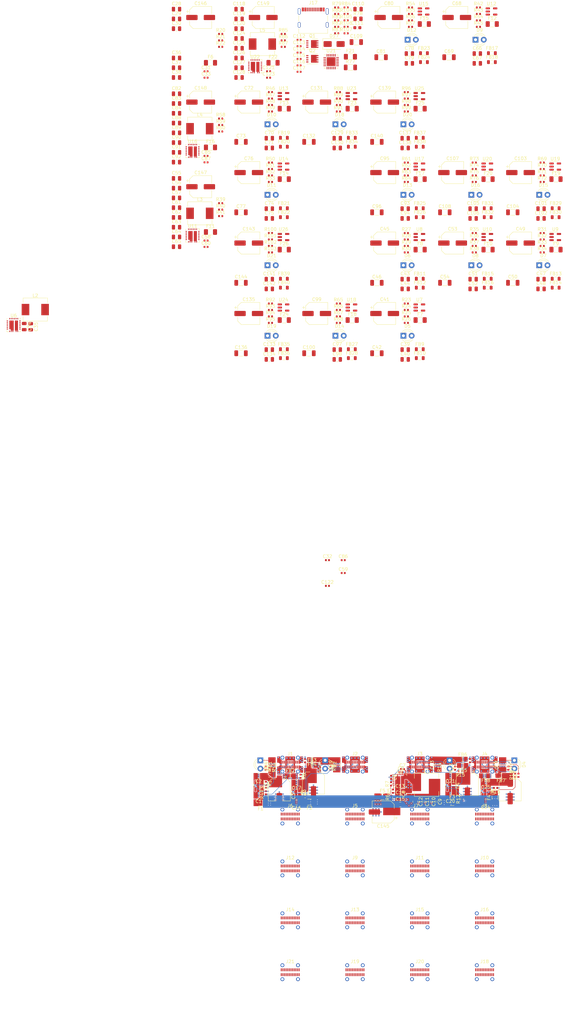
<source format=kicad_pcb>
(kicad_pcb (version 20221018) (generator pcbnew)
  (layers (0 "F.Cu" signal) (1 "In1.Cu" signal) (2 "In2.Cu" signal) (31 "B.Cu" signal) (34 "B.Paste" user) (35 "F.Paste" user) (36 "B.SilkS" user "B.Silkscreen") (37 "F.SilkS" user "F.Silkscreen") (38 "B.Mask" user) (39 "F.Mask" user) (44 "Edge.Cuts" user))
  (net 0 "")
  (net 1 "Net-(U1-IN)")
  (net 2 "GND")
  (net 3 "Net-(U1-OUT)")
  (net 4 "Net-(C4-Pad1)")
  (net 5 "Net-(D1-K)")
  (net 6 "/Port group 1/VCC")
  (net 7 "Net-(U2-SS)")
  (net 8 "Net-(U2-BST)")
  (net 9 "Net-(C7-Pad2)")
  (net 10 "/Port group 1/Port 1/VIN")
  (net 11 "IN")
  (net 12 "Net-(U3-IN)")
  (net 13 "Net-(U3-OUT)")
  (net 14 "Net-(C19-Pad1)")
  (net 15 "Net-(D2-K)")
  (net 16 "Net-(U4-IN)")
  (net 17 "Net-(U4-OUT)")
  (net 18 "Net-(C23-Pad1)")
  (net 19 "Net-(D3-K)")
  (net 20 "Net-(U5-IN)")
  (net 21 "Net-(U5-OUT)")
  (net 22 "Net-(C27-Pad1)")
  (net 23 "Net-(D4-K)")
  (net 24 "Net-(U6-SS)")
  (net 25 "Net-(U6-BST)")
  (net 26 "Net-(C32-Pad2)")
  (net 27 "/Port group 2/VCC")
  (net 28 "/Port group 2/Port 1/VIN")
  (net 29 "Net-(U7-IN)")
  (net 30 "Net-(U7-OUT)")
  (net 31 "Net-(C42-Pad1)")
  (net 32 "Net-(D5-K)")
  (net 33 "Net-(U8-IN)")
  (net 34 "Net-(U8-OUT)")
  (net 35 "Net-(C46-Pad1)")
  (net 36 "Net-(D6-K)")
  (net 37 "Net-(U9-IN)")
  (net 38 "Net-(U9-OUT)")
  (net 39 "Net-(C50-Pad1)")
  (net 40 "Net-(D7-K)")
  (net 41 "Net-(U10-IN)")
  (net 42 "Net-(U10-OUT)")
  (net 43 "Net-(C54-Pad1)")
  (net 44 "Net-(D8-K)")
  (net 45 "Net-(U11-SS)")
  (net 46 "Net-(U11-BST)")
  (net 47 "Net-(C59-Pad2)")
  (net 48 "/Port group 3/VCC")
  (net 49 "/Port group 3/Port 1/VIN")
  (net 50 "Net-(U12-IN)")
  (net 51 "Net-(U12-OUT)")
  (net 52 "Net-(C69-Pad1)")
  (net 53 "Net-(D9-K)")
  (net 54 "Net-(U13-IN)")
  (net 55 "Net-(U13-OUT)")
  (net 56 "Net-(C73-Pad1)")
  (net 57 "Net-(D10-K)")
  (net 58 "Net-(U14-IN)")
  (net 59 "Net-(U14-OUT)")
  (net 60 "Net-(C77-Pad1)")
  (net 61 "Net-(D11-K)")
  (net 62 "Net-(U15-IN)")
  (net 63 "Net-(U15-OUT)")
  (net 64 "Net-(C81-Pad1)")
  (net 65 "Net-(D12-K)")
  (net 66 "Net-(U16-SS)")
  (net 67 "Net-(U16-BST)")
  (net 68 "Net-(C86-Pad2)")
  (net 69 "/Port group 4/VCC")
  (net 70 "/Port group 4/Port 1/VIN")
  (net 71 "Net-(U17-IN)")
  (net 72 "Net-(U17-OUT)")
  (net 73 "Net-(C96-Pad1)")
  (net 74 "Net-(D13-K)")
  (net 75 "Net-(U18-IN)")
  (net 76 "Net-(U18-OUT)")
  (net 77 "Net-(C100-Pad1)")
  (net 78 "Net-(D14-K)")
  (net 79 "Net-(U19-IN)")
  (net 80 "Net-(U19-OUT)")
  (net 81 "Net-(C104-Pad1)")
  (net 82 "Net-(D15-K)")
  (net 83 "Net-(U20-IN)")
  (net 84 "Net-(U20-OUT)")
  (net 85 "Net-(C108-Pad1)")
  (net 86 "Net-(D16-K)")
  (net 87 "Net-(J17-SHIELD)")
  (net 88 "Net-(D17-A1)")
  (net 89 "Net-(C110-Pad2)")
  (net 90 "Net-(U21-VCCD)")
  (net 91 "Net-(Q1-G)")
  (net 92 "+3V3")
  (net 93 "Net-(C116-Pad1)")
  (net 94 "/Port group 1/VIN")
  (net 95 "Net-(U22-SS)")
  (net 96 "Net-(U22-BST)")
  (net 97 "Net-(C122-Pad2)")
  (net 98 "/Port group 5/VCC")
  (net 99 "/Port group 5/Port 1/VIN")
  (net 100 "Net-(U23-IN)")
  (net 101 "Net-(U23-OUT)")
  (net 102 "Net-(C132-Pad1)")
  (net 103 "Net-(D18-K)")
  (net 104 "Net-(U24-IN)")
  (net 105 "Net-(U24-OUT)")
  (net 106 "Net-(C136-Pad1)")
  (net 107 "Net-(D19-K)")
  (net 108 "Net-(U25-IN)")
  (net 109 "Net-(U25-OUT)")
  (net 110 "Net-(C140-Pad1)")
  (net 111 "Net-(D20-K)")
  (net 112 "Net-(U26-IN)")
  (net 113 "Net-(U26-OUT)")
  (net 114 "Net-(C144-Pad1)")
  (net 115 "Net-(D21-K)")
  (net 116 "Net-(D1-A)")
  (net 117 "Net-(D2-A)")
  (net 118 "Net-(D3-A)")
  (net 119 "Net-(D4-A)")
  (net 120 "Net-(D5-A)")
  (net 121 "Net-(D6-A)")
  (net 122 "Net-(D7-A)")
  (net 123 "Net-(D8-A)")
  (net 124 "Net-(D9-A)")
  (net 125 "Net-(D10-A)")
  (net 126 "Net-(D11-A)")
  (net 127 "Net-(D12-A)")
  (net 128 "Net-(D13-A)")
  (net 129 "Net-(D14-A)")
  (net 130 "Net-(D15-A)")
  (net 131 "Net-(D16-A)")
  (net 132 "Net-(D18-A)")
  (net 133 "Net-(D19-A)")
  (net 134 "Net-(D20-A)")
  (net 135 "Net-(D21-A)")
  (net 136 "Net-(F21-Pad1)")
  (net 139 "Net-(J1-CC1)")
  (net 147 "Net-(J1-CC2)")
  (net 155 "Net-(J2-CC1)")
  (net 163 "Net-(J2-CC2)")
  (net 171 "Net-(J3-CC1)")
  (net 179 "Net-(J3-CC2)")
  (net 187 "Net-(J4-CC1)")
  (net 195 "Net-(J4-CC2)")
  (net 203 "Net-(J5-CC1)")
  (net 211 "Net-(J5-CC2)")
  (net 219 "Net-(J6-CC1)")
  (net 227 "Net-(J6-CC2)")
  (net 235 "Net-(J7-CC1)")
  (net 243 "Net-(J7-CC2)")
  (net 251 "Net-(J8-CC1)")
  (net 259 "Net-(J8-CC2)")
  (net 267 "Net-(J9-CC1)")
  (net 275 "Net-(J9-CC2)")
  (net 283 "Net-(J10-CC1)")
  (net 291 "Net-(J10-CC2)")
  (net 299 "Net-(J11-CC1)")
  (net 307 "Net-(J11-CC2)")
  (net 315 "Net-(J12-CC1)")
  (net 323 "Net-(J12-CC2)")
  (net 331 "Net-(J13-CC1)")
  (net 339 "Net-(J13-CC2)")
  (net 347 "Net-(J14-CC1)")
  (net 355 "Net-(J14-CC2)")
  (net 363 "Net-(J15-CC1)")
  (net 371 "Net-(J15-CC2)")
  (net 379 "Net-(J16-CC1)")
  (net 387 "Net-(J16-CC2)")
  (net 393 "Net-(J17-CC1)")
  (net 397 "Net-(J17-CC2)")
  (net 403 "Net-(J18-CC1)")
  (net 411 "Net-(J18-CC2)")
  (net 419 "Net-(J19-CC1)")
  (net 427 "Net-(J19-CC2)")
  (net 435 "Net-(J20-CC1)")
  (net 443 "Net-(J20-CC2)")
  (net 451 "Net-(J21-CC1)")
  (net 459 "Net-(J21-CC2)")
  (net 465 "Net-(U1-SET)")
  (net 466 "Net-(U2-TON)")
  (net 467 "Net-(U2-FB)")
  (net 468 "Net-(U3-SET)")
  (net 469 "Net-(U4-SET)")
  (net 470 "Net-(U5-SET)")
  (net 471 "Net-(U6-TON)")
  (net 472 "Net-(U6-FB)")
  (net 473 "Net-(U7-SET)")
  (net 474 "Net-(U8-SET)")
  (net 475 "Net-(U9-SET)")
  (net 476 "Net-(U10-SET)")
  (net 477 "Net-(U11-TON)")
  (net 478 "Net-(U11-FB)")
  (net 479 "Net-(U12-SET)")
  (net 480 "Net-(U13-SET)")
  (net 481 "Net-(U14-SET)")
  (net 482 "Net-(U15-SET)")
  (net 483 "Net-(U16-TON)")
  (net 484 "Net-(U16-FB)")
  (net 485 "Net-(U17-SET)")
  (net 486 "Net-(U18-SET)")
  (net 487 "Net-(U19-SET)")
  (net 488 "Net-(U20-SET)")
  (net 489 "Net-(U21-HPI_SCL)")
  (net 490 "Net-(U21-HPI_SDA)")
  (net 491 "Net-(U21-VBUS_FET_EN)")
  (net 492 "Net-(U22-TON)")
  (net 493 "Net-(U22-FB)")
  (net 494 "Net-(U23-SET)")
  (net 495 "Net-(U24-SET)")
  (net 496 "Net-(U25-SET)")
  (net 497 "Net-(U26-SET)")
  (net 498 "Net-(U21-VBUS_MIN)")
  (net 499 "Net-(U21-ISNK_COARSE)")
  (footprint "Connector_Jing:USB_Type_C_Straight_C168703" (layer "F.Cu") (at 160 148)
    (fp_text reference "J16")
    (fp_text value "USB_C_Receptacle")
  )
  (footprint "Package_TO_SOT_SMD:SOT-23-5" (layer "F.Cu") (at 97.9375 -106.04)
    (fp_text reference "U13")
    (fp_text value "MT9700")
  )
  (footprint "Resistor_SMD:R_0402_1005Metric" (layer "F.Cu") (at 153.05 110.659999 90)
    (fp_text reference "R12")
    (fp_text value "4.7k")
  )
  (footprint "Resistor_SMD:R_0402_1005Metric" (layer "F.Cu") (at 93.9075 -42.11)
    (fp_text reference "R92")
    (fp_text value "4.7k")
  )
  (footprint "Capacitor_SMD:C_0805_2012Metric" (layer "F.Cu") (at 17.9 -35 -90)
    (fp_text reference "C34")
    (fp_text value "22uF")
  )
  (footprint "Resistor_SMD:R_0402_1005Metric" (layer "F.Cu") (at 114.3575 -133.35)
    (fp_text reference "R79")
    (fp_text value "10k")
  )
  (footprint "Capacitor_SMD:C_0805_2012Metric" (layer "F.Cu") (at 101.950001 105.5 180)
    (fp_text reference "C17")
    (fp_text value "10uF")
  )
  (footprint "Capacitor_SMD:C_0805_2012Metric" (layer "F.Cu") (at 64.9175 -129.83)
    (fp_text reference "C29")
    (fp_text value "10uF")
  )
  (footprint "Connector_Jing:USB_Type_C_Straight_C168703" (layer "F.Cu") (at 120 148)
    (fp_text reference "J13")
    (fp_text value "USB_C_Receptacle")
  )
  (footprint "Inductor_SMD:L_0805_2012Metric" (layer "F.Cu") (at 181.9375 -68.72)
    (fp_text reference "FB30")
    (fp_text value "120R@100MHz 3A")
  )
  (footprint "Fuse:Fuse_1206_3216Metric" (layer "F.Cu") (at 119.1375 -37.01)
    (fp_text reference "F18")
    (fp_text value "2A")
  )
  (footprint "Resistor_SMD:R_0402_1005Metric" (layer "F.Cu") (at 114.8775 -105.28)
    (fp_text reference "R89")
    (fp_text value "330R")
  )
  (footprint "Connector_Jing:USB_Type_C_Straight_C168703" (layer "F.Cu") (at 140 116)
    (fp_text reference "J7")
    (fp_text value "USB_C_Receptacle")
  )
  (footprint "Resistor_SMD:R_0402_1005Metric" (layer "F.Cu") (at 93.9075 -81.57)
    (fp_text reference "R52")
    (fp_text value "22k")
  )
  (footprint "Capacitor_SMD:C_0805_2012Metric" (layer "F.Cu") (at 133.98 112.3)
    (fp_text reference "C15")
    (fp_text value "10uF")
  )
  (footprint "Capacitor_SMD:C_0805_2012Metric" (layer "F.Cu") (at 64.9175 -65.63)
    (fp_text reference "C63")
    (fp_text value "22uF")
  )
  (footprint "Capacitor_SMD:C_0805_2012Metric" (layer "F.Cu") (at 84.2275 -123.81)
    (fp_text reference "C124")
    (fp_text value "22uF")
  )
  (footprint "Capacitor_SMD:C_0402_1005Metric" (layer "F.Cu") (at 102.7475 -113.53)
    (fp_text reference "C117")
    (fp_text value "100nF")
  )
  (footprint "Capacitor_SMD:C_0805_2012Metric" (layer "F.Cu") (at 133.98 110.3)
    (fp_text reference "C14")
    (fp_text value "10uF")
  )
  (footprint "Capacitor_SMD:C_0805_2012Metric" (layer "F.Cu") (at 64.9175 -62.62)
    (fp_text reference "C64")
    (fp_text value "22uF")
  )
  (footprint "Resistor_SMD:R_0402_1005Metric" (layer "F.Cu") (at 177.7875 -59.85)
    (fp_text reference "R33")
    (fp_text value "22k")
  )
  (footprint "Fuse:Fuse_1206_3216Metric" (layer "F.Cu") (at 182.0475 -80.45)
    (fp_text reference "F19")
    (fp_text value "2A")
  )
  (footprint "Inductor_SMD:L_0805_2012Metric" (layer "F.Cu") (at 181.9375 -47)
    (fp_text reference "FB14")
    (fp_text value "120R@100MHz 3A")
  )
  (footprint "Inductor_SMD:L_0805_2012Metric" (layer "F.Cu") (at 98.0575 -71.47)
    (fp_text reference "FB21")
    (fp_text value "120R@100MHz 3A")
  )
  (footprint "Capacitor_SMD:C_0402_1005Metric" (layer "F.Cu") (at 102.7475 -117.47)
    (fp_text reference "C115")
    (fp_text value "100nF")
  )
  (footprint "Resistor_SMD:R_0402_1005Metric" (layer "F.Cu") (at 156.8175 -57.86)
    (fp_text reference "R38")
    (fp_text value "22k")
  )
  (footprint "Resistor_SMD:R_0402_1005Metric" (layer "F.Cu") (at 92.5 105.769999 -90)
    (fp_text reference "R1")
    (fp_text value "4.7k")
  )
  (footprint "Resistor_SMD:R_0402_1005Metric" (layer "F.Cu") (at 78.5475 -69.06)
    (fp_text reference "R41")
    (fp_text value "56k")
  )
  (footprint "Diode_SMD:D_SMA" (layer "F.Cu") (at 113.5625 -122.09)
    (fp_text reference "D17")
    (fp_text value "SMAJ22A")
  )
  (footprint "Capacitor_SMD:C_0805_2012Metric" (layer "F.Cu") (at 136.7875 -119.14)
    (fp_text reference "C78")
    (fp_text value "10uF")
  )
  (footprint "Package_TO_SOT_SMD:SOT-23-5" (layer "F.Cu") (at 118.9075 -106.04)
    (fp_text reference "U23")
    (fp_text value "MT9700")
  )
  (footprint "Capacitor_SMD:C_0805_2012Metric" (layer "F.Cu") (at 19.9 -34.95 -90)
    (fp_text reference "C35")
    (fp_text value "22uF")
  )
  (footprint "Connector_Jing:USB_Type_C_Straight_C168703" (layer "F.Cu") (at 140 100)
    (fp_text reference "J3")
    (fp_text value "USB_C_Receptacle")
  )
  (footprint "Inductor_SMD:L_0805_2012Metric" (layer "F.Cu") (at 160.9675 -71.47)
    (fp_text reference "FB31")
    (fp_text value "120R@100MHz 3A")
  )
  (footprint "Capacitor_SMD:C_0805_2012Metric" (layer "F.Cu") (at 64.9175 -71.65)
    (fp_text reference "C61")
    (fp_text value "22uF")
  )
  (footprint "Capacitor_SMD:C_0402_1005Metric" (layer "F.Cu") (at 102.7475 -121.41)
    (fp_text reference "C113")
    (fp_text value "100nF")
  )
  (footprint "Inductor_SMD:L_0805_2012Metric" (layer "F.Cu") (at 139.9975 -90.44)
    (fp_text reference "FB38")
    (fp_text value "120R@100MHz 3A")
  )
  (footprint "Capacitor_SMD:C_0805_2012Metric" (layer "F.Cu") (at 136.7875 -116.13)
    (fp_text reference "C79")
    (fp_text value "10uF")
  )
  (footprint "Capacitor_SMD:C_0805_2012Metric" (layer "F.Cu") (at 64.9175 -94.72)
    (fp_text reference "C89")
    (fp_text value "22uF")
  )
  (footprint "Capacitor_SMD:C_0805_2012Metric" (layer "F.Cu") (at 90.250001 103.45 180)
    (fp_text reference "C2")
    (fp_text value "10uF")
  )
  (footprint "Resistor_SMD:R_0402_1005Metric" (layer "F.Cu") (at 137.1375 -129.37)
    (fp_text reference "R56")
    (fp_text value "22k")
  )
  (footprint "Resistor_SMD:R_0402_1005Metric" (layer "F.Cu") (at 114.3575 -129.37)
    (fp_text reference "R81")
    (fp_text value "10k")
  )
  (footprint "Capacitor_SMD:C_0805_2012Metric" (layer "F.Cu") (at 64.9175 -77.67)
    (fp_text reference "C56")
    (fp_text value "10uF")
  )
  (footprint "Inductor_SMD:L_0805_2012Metric" (layer "F.Cu") (at 98.0575 -28.03)
    (fp_text reference "FB35")
    (fp_text value "120R@100MHz 3A")
  )
  (footprint "Capacitor_SMD:C_0402_1005Metric" (layer "F.Cu") (at 102.7475 -115.5)
    (fp_text reference "C116")
    (fp_text value "1uF")
  )
  (footprint "Capacitor_SMD:C_1206_3216Metric" (layer "F.Cu") (at 128.0575 -118.02)
    (fp_text reference "C81")
    (fp_text value "100nF 1206")
  )
  (footprint "Connector_Jing:USB_Type_C_Straight_C168703" (layer "F.Cu") (at 160 132)
    (fp_text reference "J10")
    (fp_text value "USB_C_Receptacle")
  )
  (footprint "Capacitor_SMD:C_0805_2012Metric" (layer "F.Cu") (at 64.9175 -91.71)
    (fp_text reference "C90")
    (fp_text value "22uF")
  )
  (footprint "Capacitor_SMD:C_0805_2012Metric" (layer "F.Cu") (at 64.9175 -111.77)
    (fp_text reference "C38")
    (fp_text value "22uF")
  )
  (footprint "Capacitor_SMD:CP_Elec_6.3x7.7" (layer "F.Cu") (at 129.1675 -82.47)
    (fp_text reference "C95")
    (fp_text value "150uF")
  )
  (footprint "Connector_Jing:USB_Type_C_Straight_C168703" (layer "F.Cu") (at 100 100)
    (fp_text reference "J1")
    (fp_text value "USB_C_Receptacle")
  )
  (footprint "Capacitor_SMD:C_0805_2012Metric" (layer "F.Cu") (at 177.4375 -68.33)
    (fp_text reference "C102")
    (fp_text value "10uF")
  )
  (footprint "Fuse:Fuse_1206_3216Metric" (layer "F.Cu") (at 98.1675 -58.73)
    (fp_text reference "F26")
    (fp_text value "2A")
  )
  (footprint "Resistor_SMD:R_0402_1005Metric" (layer "F.Cu") (at 78.5475 -125.2)
    (fp_text reference "R20")
    (fp_text value "200k")
  )
  (footprint "Resistor_SMD:R_0402_1005Metric" (layer "F.Cu") (at 93.9075 -83.56)
    (fp_text reference "R51")
    (fp_text value "330R")
  )
  (footprint "Resistor_SMD:R_0402_1005Metric" (layer "F.Cu") (at 137.1375 -133.35)
    (fp_text reference "R54")
    (fp_text value "4.7k")
  )
  (footprint "Resistor_SMD:R_0402_1005Metric" (layer "F.Cu") (at 135.8475 -103.29)
    (fp_text reference "R98")
    (fp_text value "22k")
  )
  (footprint "Package_QFN_Silergy:QFN-23L" (layer "F.Cu") (at 69.8675 -63.07)
    (fp_text reference "U11")
    (fp_text value "AOZ1267QI")
  )
  (footprint "Capacitor_SMD:C_0805_2012Metric" (layer "F.Cu") (at 64.9175 -85.69)
    (fp_text reference "C92")
    (fp_text value "22uF")
  )
  (footprint "Connector_Jing:USB_Type_C_Straight_C168703" (layer "F.Cu") (at 120 100)
    (fp_text reference "J2")
    (fp_text value "USB_C_Receptacle")
  )
  (footprint "Resistor_SMD:R_0402_1005Metric" (layer "F.Cu") (at 114.8775 -101.3)
    (fp_text reference "R91")
    (fp_text value "22k")
  )
  (footprint "Package_TO_SOT_SMD:SOT-23-5" (layer "F.Cu") (at 101.950001 108.6 -90)
    (fp_text reference "U3")
    (fp_text value "MT9700")
  )
  (footprint "Package_TO_SOT_SMD:SOT-23-5" (layer "F.Cu") (at 139.8775 -62.6)
    (fp_text reference "U8")
    (fp_text value "MT9700")
  )
  (footprint "LED_THT:LED_D3.0mm" (layer "F.Cu") (at 176.8875 -75.62)
    (fp_text reference "D15")
    (fp_text value "RED")
  )
  (footprint "Resistor_SMD:R_0402_1005Metric" (layer "F.Cu") (at 156.8175 -61.84)
    (fp_text reference "R36")
    (fp_text value "330R")
  )
  (footprint "Capacitor_SMD:C_0805_2012Metric" (layer "F.Cu") (at 64.9175 -106.76)
    (fp_text reference "C82")
    (fp_text value "10uF")
  )
  (footprint "Capacitor_SMD:C_1206_3216Metric" (layer "F.Cu") (at 84.8275 -48.5)
    (fp_text reference "C144")
    (fp_text value "100nF 1206")
  )
  (footprint "Resistor_SMD:R_0402_1005Metric" (layer "F.Cu") (at 135.8475 -38.13)
    (fp_text reference "R25")
    (fp_text value "22k")
  )
  (footprint "Capacitor_SMD:C_0805_2012Metric" (layer "F.Cu") (at 120.9475 -132.84)
    (fp_text reference "C110")
    (fp_text value "10uF")
  )
  (footprint "Inductor_SMD:L_0805_2012Metric" (layer "F.Cu") (at 139.9975 -71.47)
    (fp_text reference "FB25")
    (fp_text value "120R@100MHz 3A")
  )
  (footprint "Resistor_SMD:R_0402_1005Metric" (layer "F.Cu") (at 93.9075 -105.28)
    (fp_text reference "R47")
    (fp_text value "330R")
  )
  (footprint "Inductor_SMD:L_0805_2012Metric" (layer "F.Cu") (at 119.0275 -25.28)
    (fp_text reference "FB28")
    (fp_text value "120R@100MHz 3A")
  )
  (footprint "Resistor_SMD:R_0402_1005Metric" (layer "F.Cu") (at 177.7875 -81.57)
    (fp_text reference "R71")
    (fp_text value "22k")
  )
  (footprint "Capacitor_SMD:C_0402_1005Metric" (layer "F.Cu") (at 93.3375 -111.71)
    (fp_text reference "C123")
    (fp_text value "1uF")
  )
  (footprint "Resistor_SMD:R_0402_1005Metric" (layer "F.Cu") (at 135.8475 -85.55)
    (fp_text reference "R61")
    (fp_text value "4.7k")
  )
  (footprint "Resistor_SMD:R_0402_1005Metric" (layer "F.Cu") (at 93.9075 -61.84)
    (fp_text reference "R101")
    (fp_text value "330R")
  )
  (footprint "Resistor_SMD:R_0402_1005Metric" (layer "F.Cu") (at 93.9075 -63.83)
    (fp_text reference "R100")
    (fp_text value "4.7k")
  )
  (footprint "Resistor_SMD:R_0402_1005Metric" (layer "F.Cu") (at 114.8775 -38.13)
    (fp_text reference "R67")
    (fp_text value "22k")
  )
  (footprint "Resistor_SMD:R_0402_1005Metric" (layer "F.Cu") (at 93.9075 -107.27)
    (fp_text reference "R46")
    (fp_text value "4.7k")
  )
  (footprint "Fuse:Fuse_1206_3216Metric" (layer "F.Cu") (at 75.3975 -64.15)
    (fp_text reference "F11")
    (fp_text value "3A")
  )
  (footprint "Resistor_SMD:R_0402_1005Metric" (layer "F.Cu") (at 155.5 98.79 90)
    (fp_text reference "R14")
    (fp_text value "22k")
  )
  (footprint "Capacitor_SMD:CP_Elec_6.3x7.7" (layer "F.Cu") (at 150.1375 -82.47)
    (fp_text reference "C107")
    (fp_text value "150uF")
  )
  (footprint "Inductor_SMD:L_0805_2012Metric" (layer "F.Cu") (at 141.2875 -119.27)
    (fp_text reference "FB23")
    (fp_text value "120R@100MHz 3A")
  )
  (footprint "Inductor_SMD:L_0805_2012Metric" (layer "F.Cu") (at 100.0375 103.4)
    (fp_text reference "FB2")
    (fp_text value "120R@100MHz 3A")
  )
  (footprint "Capacitor_SMD:C_1206_3216Metric" (layer "F.Cu") (at 147.7375 -48.5)
    (fp_text reference "C54")
    (fp_text value "100nF 1206")
  )
  (footprint "Fuse:Fuse_1206_3216Metric" (layer "F.Cu") (at 128.5 109.9)
    (fp_text reference "F5")
    (fp_text value "3A")
  )
  (footprint "Fuse:Fuse_1206_3216Metric" (layer "F.Cu") (at 163.2 110.15 90)
    (fp_text reference "F4")
    (fp_text value "2A")
  )
  (footprint "Resistor_SMD:R_0402_1005Metric" (layer "F.Cu") (at 135.8475 -57.86)
    (fp_text reference "R30")
    (fp_text value "22k")
  )
  (footprint "LED_THT:LED_D3.0mm" (layer "F.Cu") (at 134.9475 -75.62)
    (fp_text reference "D13")
    (fp_text value "RED")
  )
  (footprint "Resistor_SMD:R_0402_1005Metric" (layer "F.Cu") (at 93.9075 -36.14)
    (fp_text reference "R95")
    (fp_text value "22k")
  )
  (footprint "Inductor_SMD:L_0805_2012Metric" (layer "F.Cu") (at 160.9675 -49.75)
    (fp_text reference "FB15")
    (fp_text value "120R@100MHz 3A")
  )
  (footprint "Resistor_SMD:R_0402_1005Metric" (layer "F.Cu") (at 135.8475 -83.56)
    (fp_text reference "R62")
    (fp_text value "330R")
  )
  (footprint "Capacitor_SMD:C_0805_2012Metric" (layer "F.Cu") (at 144.6 111.45 -90)
    (fp_text reference "C9")
    (fp_text value "22uF")
  )
  (footprint "LED_THT:LED_D3.0mm" (layer "F.Cu") (at 155.9175 -53.9)
    (fp_text reference "D8")
    (fp_text value "RED")
  )
  (footprint "Resistor_SMD:R_0402_1005Metric" (layer "F.Cu") (at 158.1075 -131.36)
    (fp_text reference "R43")
    (fp_text value "330R")
  )
  (footprint "Fuse:Fuse_1206_3216Metric" (layer "F.Cu") (at 98.1675 -102.17)
    (fp_text reference "F13")
    (fp_text value "2A")
  )
  (footprint "Capacitor_SMD:C_0805_2012Metric" (layer "F.Cu") (at 135.4975 -24.89)
    (fp_text reference "C40")
    (fp_text value "10uF")
  )
  (footprint "Capacitor_SMD:CP_Elec_6.3x7.7" (layer "F.Cu") (at 72.3675 -78.11)
    (fp_text reference "C147")
    (fp_text value "100uF")
  )
  (footprint "Capacitor_SMD:C_0805_2012Metric" (layer "F.Cu") (at 64.9175 -68.64)
    (fp_text reference "C62")
    (fp_text value "22uF")
  )
  (footprint "Resistor_SMD:R_0402_1005Metric" (layer "F.Cu") (at 93.9075 -59.85)
    (fp_text reference "R102")
    (fp_text value "22k")
  )
  (footprint "Package_DFN_FET:DFN-8-FET_3x3mm_P0.65mm" (layer "F.Cu") (at 106.8375 -122.09)
    (fp_text reference "Q1")
    (fp_text value "AON7534")
  )
  (footprint "Capacitor_SMD:C_1206_3216Metric" (layer "F.Cu") (at 168.7075 -70.22)
    (fp_text reference "C104")
    (fp_text value "100nF 1206")
  )
  (footprint "Capacitor_SMD:C_0402_1005Metric" (layer "F.Cu") (at 111.5 44.92)
    (fp_text reference "C122")
    (fp_text value "100nF")
  )
  (footprint "Resistor_SMD:R_0402_1005Metric" (layer "F.Cu") (at 135.8475 -105.28)
    (fp_text reference "R97")
    (fp_text value "330R")
  )
  (footprint "Resistor_SMD:R_0402_1005Metric" (layer "F.Cu") (at 112.45 101.09 -90)
    (fp_text reference "R9")
    (fp_text value "330R")
  )
  (footprint "Connector_USB:USB_C_Receptacle_Palconn_UTC16-G" (layer "F.Cu") (at 107.1075 -130.23)
    (fp_text reference "J17")
    (fp_text value "USB_C_Receptacle_USB2.0")
  )
  (footprint "Inductor_SMD:L_0805_2012Metric" (layer "F.Cu") (at 162.2575 -116.52)
    (fp_text reference "FB18")
    (fp_text value "120R@100MHz 3A")
  )
  (footprint "Package_TO_SOT_SMD:SOT-23-5" (layer "F.Cu") (at 181.8175 -62.6)
    (fp_text reference "U9")
    (fp_text value "MT9700")
  )
  (footprint "Resistor_SMD:R_0402_1005Metric" (layer "F.Cu") (at 150.9 101.09 90)
    (fp_text reference "R13")
    (fp_text value "330R")
  )
  (footprint "Resistor_SMD:R_0402_1005Metric" (layer "F.Cu") (at 78.5475 -121.22)
    (fp_text reference "R22")
    (fp_text value "56k")
  )
  (footprint "Package_TO_SOT_SMD:SOT-23-5" (layer "F.Cu") (at 118.9075 -40.88)
    (fp_text reference "U18")
    (fp_text value "MT9700")
  )
  (footprint "Resistor_SMD:R_0402_1005Metric" (layer "F.Cu") (at 92.5 107.7 90)
    (fp_text reference "R3")
    (fp_text value "22k")
  )
  (footprint "Resistor_SMD:R_0402_1005Metric" (layer "F.Cu") (at 156.8175 -85.55)
    (fp_text reference "R73")
    (fp_text value "4.7k")
  )
  (footprint "LED_THT:LED_D3.0mm" (layer "F.Cu") (at 136.2375 -123.42)
    (fp_text reference "D12")
    (fp_text value "RED")
  )
  (footprint "Capacitor_SMD:C_0805_2012Metric" (layer "F.Cu") (at 114.5275 -27.9)
    (fp_text reference "C97")
    (fp_text value "10uF")
  )
  (footprint "Connector_Jing:USB_Type_C_Straight_C168703" (layer "F.Cu") (at 160 116)
    (fp_text reference "J8")
    (fp_text value "USB_C_Receptacle")
  )
  (footprint "Inductor_SMD:L_0805_2012Metric" (layer "F.Cu") (at 160.9675 -47)
    (fp_text reference "FB16")
    (fp_text value "120R@100MHz 3A")
  )
  (footprint "Capacitor_SMD:C_0805_2012Metric" (layer "F.Cu") (at 157.7575 -116.13)
    (fp_text reference "C67")
    (fp_text value "10uF")
  )
  (footprint "Capacitor_SMD:C_0805_2012Metric" (layer "F.Cu") (at 114.5275 -93.06)
    (fp_text reference "C129")
    (fp_text value "10uF")
  )
  (footprint "Package_TO_SOT_SMD:SOT-23-5" (layer "F.Cu") (at 160.8475 -84.32)
    (fp_text reference "U20")
    (fp_text value "MT9700")
  )
  (footprint "Capacitor_SMD:C_0805_2012Metric" (layer "F.Cu") (at 160.350001 105.25 180)
    (fp_text reference "C25")
    (fp_text value "10uF")
  )
  (footprint "Capacitor_SMD:C_0402_1005Metric" (layer "F.Cu") (at 102.7475 -123.38)
    (fp_text reference "C112")
    (fp_text value "1uF")
  )
  (footprint "LED_THT:LED_D3.0mm" (layer "F.Cu") (at 157.2075 -123.42)
    (fp_text reference "D9")
    (fp_text value "RED")
  )
  (footprint "Capacitor_SMD:CP_Elec_6.3x7.7" (layer "F.Cu") (at 72.3675 -130.27)
    (fp_text reference "C146")
    (fp_text value "100uF")
  )
  (footprint "Connector_Jing:USB_Type_C_Straight_C168703" (layer "F.Cu") (at 140 164)
    (fp_text reference "J20")
    (fp_text value "USB_C_Receptacle")
  )
  (footprint "Package_TO_SOT_SMD:SOT-23-5" (layer "F.Cu") (at 162.1375 -132.12)
    (fp_text reference "U12")
    (fp_text value "MT9700")
  )
  (footprint "LED_THT:LED_D3.0mm" (layer "F.Cu") (at 176.8875 -53.9)
    (fp_text reference "D7")
    (fp_text value "RED")
  )
  (footprint "Resistor_SMD:R_0402_1005Metric" (layer "F.Cu") (at 114.8775 -107.27)
    (fp_text reference "R88")
    (fp_text value "4.7k")
  )
  (footprint "Capacitor_SMD:CP_Elec_6.3x7.7" (layer "F.Cu") (at 107.2 105.7 -90)
    (fp_text reference "C18" hide)
    (fp_text value "150uF")
  )
  (footprint "Capacitor_SMD:C_0805_2012Metric" (layer "F.Cu") (at 101.950001 111.7 180)
    (fp_text reference "C16")
    (fp_text value "10uF")
  )
  (footprint "Capacitor_SMD:C_0805_2012Metric" (layer "F.Cu") (at 64.9175 -80.68)
    (fp_text reference "C55")
    (fp_text value "10uF")
  )
  (footprint "Resistor_SMD:R_0402_1005Metric" (layer "F.Cu") (at 117.2675 -125.39)
    (fp_text reference "R107")
    (fp_text value "4.7k")
  )
  (footprint "Capacitor_SMD:CP_Elec_6.3x7.7" (layer "F.Cu") (at 167.9 107.8 -90)
    (fp_text reference "C26" hide)
    (fp_text value "150uF")
  )
  (footprint "Capacitor_SMD:C_0402_1005Metric" (layer "F.Cu") (at 74.0275 -87.6)
    (fp_text reference "C85")
    (fp_text value "100nF")
  )
  (footprint "Capacitor_SMD:C_0805_2012Metric" (layer "F.Cu") (at 84.2275 -117.79)
    (fp_text reference "C126")
    (fp_text value "22uF")
  )
  (footprint "Inductor_SMD:L_0805_2012Metric" (layer "F.Cu") (at 139.9975 -47)
    (fp_text reference "FB12")
    (fp_text value "120R@100MHz 3A")
  )
  (footprint "Capacitor_SMD:CP_Elec_6.3x7.7" (layer "F.Cu") (at 87.2275 -82.47)
    (fp_text reference "C76")
    (fp_text value "150uF")
  )
  (footprint "Fuse:Fuse_1206_3216Metric" (layer "F.Cu") (at 94.7075 -116.31)
    (fp_text reference "F22")
    (fp_text value "3A")
  )
  (footprint "Resistor_SMD:R_0402_1005Metric" (layer "F.Cu") (at 135.8475 -36.14)
    (fp_text reference "R26")
    (fp_text value "22k")
  )
  (footprint "Connector_Jing:USB_Type_C_Straight_C168703" (layer "F.Cu") (at 100 116)
    (fp_text reference "J6")
    (fp_text value "USB_C_Receptacle")
  )
  (footprint "Resistor_SMD:R_0402_1005Metric" (layer "F.Cu") (at 93.9075 -57.86)
    (fp_text reference "R103")
    (fp_text value "22k")
  )
  (footprint "Package_QFN_Silergy:QFN-23L" (layer "F.Cu") (at 89.1775 -115.23)
    (fp_text reference "U22")
    (fp_text value "AOZ1267QI")
  )
  (footprint "Connector_Jing:USB_Type_C_Straight_C168703" (layer "F.Cu") (at 100 148)
    (fp_text reference "J14")
    (fp_text value "USB_C_Receptacle")
  )
  (footprint "Capacitor_SMD:C_0805_2012Metric" (layer "F.Cu") (at 177.4375 -49.62)
    (fp_text reference "C47")
    (fp_text value "10uF")
  )
  (footprint "Capacitor_SMD:C_0402_1005Metric" (layer "F.Cu") (at 131.15 103.92 -90)
    (fp_text reference "C6")
    (fp_text value "100nF")
  )
  (footprint "Capacitor_SMD:CP_Elec_6.3x7.7" (layer "F.Cu") (at 87.2275 -60.75)
    (fp_text reference "C143")
    (fp_text value "150uF")
  )
  (footprint "Capacitor_SMD:C_0805_2012Metric" (layer "F.Cu") (at 135.4975 -90.05)
    (fp_text reference "C138")
    (fp_text value "10uF")
  )
  (footprint "Inductor_SMD:L_0805_2012Metric" (layer "F.Cu") (at 160.9675 -68.72)
    (fp_text reference "FB32")
    (fp_text value "120R@100MHz 3A")
  )
  (footprint "Capacitor_SMD:C_0402_1005Metric" (layer "F.Cu") (at 134.65 101.4)
    (fp_text reference "C7")
    (fp_text value "100nF")
  )
  (footprint "Package_QFN_Silergy:QFN-23L" (layer "F.Cu") (at 133.895 105.025)
    (fp_text reference "U2")
    (fp_text value "AOZ1267QI")
  )
  (footprint "Package_TO_SOT_SMD:SOT-23-5" (layer "F.Cu") (at 149.450001 106.5 -90)
    (fp_text reference "U4")
    (fp_text value "MT9700")
  )
  (footprint "Resistor_SMD:R_0402_1005Metric" (layer "F.Cu") (at 78.5475 -97.13)
    (fp_text reference "R59")
    (fp_text value "300k")
  )
  (footprint "Package_TO_SOT_SMD:SOT-23-5" (layer "F.Cu") (at 97.9375 -40.88)
    (fp_text reference "U24")
    (fp_text value "MT9700")
  )
  (footprint "Resistor_SMD:R_0402_1005Metric" (layer "F.Cu") (at 114.3575 -131.36)
    (fp_text reference "R80")
    (fp_text value "10k")
  )
  (footprint "Capacitor_SMD:C_0805_2012Metric" (layer "F.Cu") (at 135.4975 -27.9)
    (fp_text reference "C39")
    (fp_text value "10uF")
  )
  (footprint "Capacitor_SMD:C_0805_2012Metric" (layer "F.Cu") (at 114.5275 -24.89)
    (fp_text reference "C98")
    (fp_text value "10uF")
  )
  (footprint "Inductor_SMD:L_0805_2012Metric" (layer "F.Cu") (at 181.9375 -71.47)
    (fp_text reference "FB29")
    (fp_text value "120R@100MHz 3A")
  )
  (footprint "Resistor_SMD:R_0805_2012Metric" (layer "F.Cu") (at 120.9275 -129.86)
    (fp_text reference "R78")
    (fp_text value "1R")
  )
  (footprint "Capacitor_SMD:CP_Elec_6.3x7.7" (layer "F.Cu") (at 91.6775 -130.27)
    (fp_text reference "C149")
    (fp_text value "100uF")
  )
  (footprint "Capacitor_SMD:C_0805_2012Metric" (layer "F.Cu") (at 133.93 108.3)
    (fp_text reference "C13")
    (fp_text value "10uF")
  )
  (footprint "Capacitor_SMD:C_0805_2012Metric" (layer "F.Cu") (at 93.5575 -46.61)
    (fp_text reference "C142")
    (fp_text value "10uF")
  )
  (footprint "Capacitor_SMD:CP_Elec_6.3x7.7" (layer "F.Cu") (at 108.1975 -39.03)
    (fp_text reference "C99")
    (fp_text value "150uF")
  )
  (footprint "Capacitor_SMD:C_0805_2012Metric" (layer "F.Cu") (at 156.4675 -49.62)
    (fp_text reference "C51")
    (fp_text value "10uF")
  )
  (footprint "Resistor_SMD:R_0402_1005Metric" (layer "F.Cu") (at 114.8775 -42.11)
    (fp_text reference "R65")
    (fp_text value "4.7k")
  )
  (footprint "Resistor_SMD:R_0402_1005Metric" (layer "F.Cu") (at 93.9075 -85.55)
    (fp_text reference "R50")
    (fp_text value "4.7k")
  )
  (footprint "Connector_Jing:USB_Type_C_Straight_C168703" (layer "F.Cu") (at 100 132)
    (fp_text reference "J12")
    (fp_text value "USB_C_Receptacle")
  )
  (footprint "Inductor_SMD:L_Sunlord_MWSA0603S" (layer "F.Cu") (at 142.1 106.25)
    (fp_text reference "L1")
    (fp_text value "1.5uH")
  )
  (footprint "Capacitor_SMD:CP_Elec_6.3x7.7" (layer "F.Cu") (at 108.1975 -104.19)
    (fp_text reference "C131")
    (fp_text value "150uF")
  )
  (footprint "Resistor_SMD:R_0402_1005Metric" (layer "F.Cu") (at 156.8175 -63.83)
    (fp_text reference "R35")
    (fp_text value "4.7k")
  )
  (footprint "Capacitor_SMD:C_0805_2012Metric" (layer "F.Cu") (at 64.9175 -117.79)
    (fp_text reference "C36")
    (fp_text value "22uF")
  )
  (footprint "Package_DFN_QFN:QFN-24-1EP_4x4mm_P0.5mm_EP2.7x2.7mm" (layer "F.Cu") (at 112.6375 -116.67)
    (fp_text reference "U21")
    (fp_text value "CYPD3177")
  )
  (footprint "Package_TO_SOT_SMD:SOT-23-5" (layer "F.Cu") (at 139.8775 -106.04)
    (fp_text reference "U25")
    (fp_text value "MT9700")
  )
  (footprint "Capacitor_SMD:C_1206_3216Metric" (layer "F.Cu") (at 120.4075 -122.69)
    (fp_text reference "C109")
    (fp_text value "1nF")
  )
  (footprint "Capacitor_SMD:C_0805_2012Metric" (layer "F.Cu") (at 64.9175 -100.74)
    (fp_text reference "C84")
    (fp_text value "10uF")
  )
  (footprint "Capacitor_SMD:CP_Elec_6.3x7.7" (layer "F.Cu") (at 72.3675 -104.19)
    (fp_text reference "C148")
    (fp_text value "100uF")
  )
  (footprint "Resistor_SMD:R_0402_1005Metric" (layer "F.Cu") (at 158.1075 -133.35)
    (fp_text reference "R42")
    (fp_text value "4.7k")
  )
  (footprint "Capacitor_SMD:C_0805_2012Metric" (layer "F.Cu") (at 156.4675 -68.33)
    (fp_text reference "C106")
    (fp_text value "10uF")
  )
  (footprint "Inductor_SMD:L_0805_2012Metric" (layer "F.Cu") (at 139.9975 -68.72)
    (fp_text reference "FB26")
    (fp_text value "120R@100MHz 3A")
  )
  (footprint "Resistor_SMD:R_0402_1005Metric" (layer "F.Cu") (at 135.8475 -101.3)
    (fp_text reference "R99")
    (fp_text value "22k")
  )
  (footprint "Resistor_SMD:R_1206_3216Metric" (layer "F.Cu") (at 118.5875 -114.88)
    (fp_text reference "R77")
    (fp_text value "100k HV")
  )
  (footprint "Resistor_SMD:R_0402_1005Metric" (layer "F.Cu") (at 156.8175 -83.56)
    (fp_text reference "R74")
    (fp_text value "330R")
  )
  (footprint "Capacitor_SMD:C_1206_3216Metric" (layer "F.Cu") (at 147.7375 -70.22)
    (fp_text reference "C108")
    (fp_text value "100nF 1206")
  )
  (footprint "Capacitor_SMD:C_0805_2012Metric" (layer "F.Cu") (at 64.9175 -103.75)
    (fp_text reference "C83")
    (fp_text value "10uF")
  )
  (footprint "Capacitor_SMD:C_0805_2012Metric" (layer "F.Cu") (at 93.5575 -27.9)
    (fp_text reference "C133")
    (fp_text value "10uF")
  )
  (footprint "Capacitor_SMD:CP_Elec_6.3x7.7" (layer "F.Cu") (at 129.1675 -104.19)
    (fp_text reference "C139")
    (fp_text value "150uF")
  )
  (footprint "Capacitor_SMD:C_0402_1005Metric" (layer "F.Cu") (at 74.0275 -85.63)
    (fp_text reference "C87")
    (fp_text value "1uF")
  )
  (footprint "Capacitor_SMD:C_0805_2012Metric" (layer "F.Cu") (at 114.5275 -90.05)
    (fp_text reference "C130")
    (fp_text value "10uF")
  )
  (footprint "Resistor_SMD:R_0402_1005Metric" (layer "F.Cu") (at 177.7875 -85.55)
    (fp_text reference "R69")
    (fp_text value "4.7k")
  )
  (footprint "Inductor_SMD:L_Sunlord_MWSA0603S" (layer "F.Cu") (at 72.1175 -69.915)
    (fp_text reference "L3")
    (fp_text value "1.5uH")
  )
  (footprint "Inductor_SMD:L_0805_2012Metric" (layer "F.Cu") (at 93.7 103.3)
    (fp_text reference "FB1")
    (fp_text value "120R@100MHz 3A")
  )
  (footprint "Capacitor_SMD:C_1206_3216Metric" (layer "F.Cu") (at 145.65 100.125001 90)
    (fp_text reference "C23")
    (fp_text value "100nF 1206")
  )
  (footprint "Resistor_SMD:R_0402_1005Metric" (layer "F.Cu") (at 97.8575 -121.22)
    (fp_text reference "R87")
    (fp_text value "56k")
  )
  (footprint "Resistor_SMD:R_0402_1005Metric" (layer "F.Cu") (at 137.1375 -127.38)
    (fp_text reference "R57")
    (fp_text value "22k")
  )
  (footprint "Capacitor_SMD:C_1206_3216Metric" (layer "F.Cu") (at 165.65 100.125 90)
    (fp_text reference "C27")
    (fp_text value "100nF 1206")
  )
  (footprint "Resistor_SMD:R_0402_1005Metric" (layer "F.Cu") (at 156.8175 -79.58)
    (fp_text reference "R76")
    (fp_text value "22k")
  )
  (footprint "Capacitor_SMD:C_0805_2012Metric" (layer "F.Cu") (at 177.4375 -71.34)
    (fp_text reference "C101")
    (fp_text value "10uF")
  )
  (footprint "Package_TO_SOT_SMD:SOT-23-5" (layer "F.Cu") (at 139.8775 -40.88)
    (fp_text reference "U7")
    (fp_text value "MT9700")
  )
  (footprint "Capacitor_SMD:C_1206_3216Metric" (layer "F.Cu") (at 94.45 100.125001 90)
    (fp_text reference "C4")
    (fp_text value "100nF 1206")
  )
  (footprint "Capacitor_SMD:C_0805_2012Metric" (layer "F.Cu") (at 84.2275 -129.83)
    (fp_text reference "C119")
    (fp_text value "10uF")
  )
  (footprint "Capacitor_SMD:C_0805_2012Metric" (layer "F.Cu") (at 64.9175 -97.73)
    (fp_text reference "C88")
    (fp_text value "22uF")
  )
  (footprint "Capacitor_SMD:C_1206_3216Metric" (layer "F.Cu") (at 84.8275 -26.78)
    (fp_text reference "C136")
    (fp_text value "100nF 1206")
  )
  (footprint "LED_THT:LED_D3.0mm" (layer "F.Cu") (at 134.9475 -32.18)
    (fp_text reference "D5")
    (fp_text value "RED")
  )
  (footprint "Resistor_SMD:R_0402_1005Metric" (layer "F.Cu") (at 156.8175 -59.85)
    (fp_text reference "R37")
    (fp_text value "22k")
  )
  (footprint "LED_THT:LED_D3.0mm" (layer "F.Cu") (at 134.9475 -53.9)
    (fp_text reference "D6")
    (fp_text value "RED")
  )
  (footprint "LED_THT:LED_D3.0mm" (layer "F.Cu") (at 149.2 98.7 -90)
    (fp_text reference "D3")
    (fp_text value "RED")
  )
  (footprint "Capacitor_SMD:C_1206_3216Metric" (layer "F.Cu") (at 126.7675 -91.94)
    (fp_text reference "C140")
    (fp_text value "100nF 1206")
  )
  (footprint "Resistor_SMD:R_0402_1005Metric" (layer "F.Cu") (at 135.8475 -63.83)
    (fp_text reference "R27")
    (fp_text value "4.7k")
  )
  (footprint "Capacitor_SMD:C_0805_2012Metric" (layer "F.Cu") (at 135.4975 -49.62)
    (fp_text reference "C43")
    (fp_text value "10uF")
  )
  (footprint "Capacitor_SMD:C_0805_2012Metric" (layer "F.Cu") (at 140.6 111.45 -90)
    (fp_text reference "C11")
    (fp_text value "22uF")
  )
  (footprint "Capacitor_SMD:C_1206_3216Metric" (layer "F.Cu") (at 114.45 100.125001 90)
    (fp_text reference "C19")
    (fp_text value "100nF 1206")
  )
  (footprint "Inductor_SMD:L_0805_2012Metric" (layer "F.Cu") (at 98.0575 -68.72)
    (fp_text reference "FB22")
    (fp_text value "120R@100MHz 3A")
  )
  (footprint "Resistor_SMD:R_0402_1005Metric" (layer "F.Cu") (at 78.5475 -123.21)
    (fp_text reference "R21")
    (fp_text value "300k")
  )
  (footprint "Capacitor_SMD:C_0805_2012Metric" (layer "F.Cu") (at 93.5575 -90.05)
    (fp_text reference "C71")
    (fp_text value "10uF")
  )
  (footprint "Resistor_SMD:R_0402_1005Metric" (layer "F.Cu") (at 135.8475 -42.11)
    (fp_text reference "R23")
    (fp_text value "4.7k")
  )
  (footprint "Capacitor_SMD:C_0805_2012Metric" (layer "F.Cu") (at 64.9175 -132.84)
    (fp_text reference "C28")
    (fp_text value "10uF")
  )
  (footprint "Resistor_SMD:R_0402_1005Metric" (layer "F.Cu") (at 117.2675 -133.35)
    (fp_text reference "R84")
    (fp_text value "100k")
  )
  (footprint "Capacitor_SMD:CP_Elec_6.3x7.7" (layer "F.Cu") (at 171.1075 -82.47)
    (fp_text reference "C103")
    (fp_text value "150uF")
  )
  (footprint "Capacitor_SMD:C_1206_3216Metric" (layer "F.Cu") (at 105.7975 -91.94)
    (fp_text reference "C132")
    (fp_text value "100nF 1206")
  )
  (footprint "Capacitor_SMD:CP_Elec_6.3x7.7" (layer "F.Cu") (at 154.7 106.1 -90)
    (fp_text reference "C22" hide)
    (fp_text value "150uF")
  )
  (footprint "Resistor_SMD:R_0402_1005Metric" (layer "F.Cu") (at 135.8475 -81.57)
    (fp_text reference "R63")
    (fp_text value "22k")
  )
  (footprint "Resistor_SMD:R_0402_1005Metric" (layer "F.Cu") (at 114.8775 -40.12)
    (fp_text reference "R66")
    (fp_text value "330R")
  )
  (footprint "Capacitor_SMD:C_0805_2012Metric" (layer "F.Cu") (at 157.7575 -119.14)
    (fp_text reference "C66")
    (fp_text value "10uF")
  )
  (footprint "Resistor_SMD:R_0402_1005Metric" (layer "F.Cu") (at 97.8575 -123.21)
    (fp_text reference "R86")
    (fp_text value "300k")
  )
  (footprint "Resistor_SMD:R_0402_1005Metric" (layer "F.Cu") (at 93.9075 -38.13)
    (fp_text reference "R94")
    (fp_text value "22k")
  )
  (footprint "Capacitor_SMD:C_0805_2012Metric" (layer "F.Cu") (at 138.6 111.45 -90)
    (fp_text reference "C12")
    (fp_text value "22uF")
  )
  (footprint "Inductor_SMD:L_0805_2012Metric" (layer "F.Cu") (at 106.7625 98.4 180)
    (fp_text reference "FB4")
    (fp_text value "120R@100MHz 3A")
  )
  (footprint "Resistor_SMD:R_0402_1005Metric" (layer "F.Cu") (at 117.2675 -129.37)
    (fp_text reference "R105")
    (fp_text value "22k")
  )
  (footprint "Resistor_SMD:R_0402_1005Metric" (layer "F.Cu") (at 177.7875 -83.56)
    (fp_text reference "R70")
    (fp_text value "330R")
  )
  (footprint "Package_TO_SOT_SMD:SOT-23-5" (layer "F.Cu") (at 160.8475 -62.6)
    (fp_text reference "U10")
    (fp_text value "MT9700")
  )
  (footprint "Inductor_SMD:L_0805_2012Metric" (layer "F.Cu") (at 139.9975 -49.75)
    (fp_text reference "FB11")
    (fp_text value "120R@100MHz 3A")
  )
  (footprint "Capacitor_SMD:C_1206_3216Metric" (layer "F.Cu") (at 105.7975 -26.78)
    (fp_text reference "C100")
    (fp_text value "100nF 1206")
  )
  (footprint "Fuse:Fuse_1206_3216Metric" (layer "F.Cu") (at 150 111.7)
    (fp_text reference "F3")
    (fp_text value "2A")
  )
  (footprint "Inductor_SMD:L_0805_2012Metric" (layer "F.Cu") (at 98.0575 -47)
    (fp_text reference "FB40")
    (fp_text value "120R@100MHz 3A")
  )
  (footprint "Resistor_SMD:R_0402_1005Metric" (layer "F.Cu") (at 177.7875 -57.86)
    (fp_text reference "R34")
    (fp_text value "22k")
  )
  (footprint "Resistor_SMD:R_0402_1005Metric" (layer "F.Cu") (at 92.5 109.66 90)
    (fp_text reference "R4")
    (fp_text value "22k")
  )
  (footprint "Capacitor_SMD:C_1206_3216Metric" (layer "F.Cu") (at 126.7675 -70.22)
    (fp_text reference "C96")
    (fp_text value "100nF 1206")
  )
  (footprint "Package_DFN_FET:DFN-8-FET_3x3mm_P0.65mm" (layer "F.Cu") (at 106.8375 -117.54)
    (fp_text reference "Q2")
    (fp_text value "AON7534")
  )
  (footprint "Capacitor_SMD:C_0402_1005Metric" (layer "F.Cu") (at 102.7475 -119.44)
    (fp_text reference "C114")
    (fp_text value "1uF")
  )
  (footprint "Resistor_SMD:R_0402_1005Metric" (layer "F.Cu") (at 117.2675 -131.36)
    (fp_text reference "R104")
    (fp_text value "4.7k")
  )
  (footprint "Capacitor_SMD:C_0805_2012Metric" (layer "F.Cu") (at 93.5575 -71.34)
    (fp_text reference "C74")
    (fp_text value "10uF")
  )
  (footprint "LED_THT:LED_D3.0mm" (layer "F.Cu") (at 169.2 98.7 -90)
    (fp_text reference "D4")
    (fp_text value "RED")
  )
  (footprint "Capacitor_SMD:C_0805_2012Metric" (layer "F.Cu") (at 149.450001 109.6 180)
    (fp_text reference "C20")
    (fp_text value "10uF")
  )
  (footprint "Inductor_SMD:L_0805_2012Metric" (layer "F.Cu") (at 141.2875 -116.52)
    (fp_text reference "FB24")
    (fp_text value "120R@100MHz 3A")
  )
  (footprint "Capacitor_SMD:CP_Elec_6.3x7.7" (layer "F.Cu") (at 150.1375 -60.75)
    (fp_text reference "C53")
    (fp_text value "150uF")
  )
  (footprint "Capacitor_SMD:C_0402_1005Metric" (layer "F.Cu") (at 111.5 36.98)
    (fp_text reference "C32")
    (fp_text value "100nF")
  )
  (footprint "Resistor_SMD:R_0402_1005Metric" (layer "F.Cu") (at 78.5475 -99.12)
    (fp_text reference "R58")
    (fp_text value "200k")
  )
  (footprint "Resistor_SMD:R_0402_1005Metric" (layer "F.Cu") (at 135.8475 -40.12)
    (fp_text reference "R24")
    (fp_text value "330R")
  )
  (footprint "Fuse:Fuse_1206_3216Metric" (layer "F.Cu") (at 119.1375 -102.17)
    (fp_text reference "F23")
    (fp_text value "2A")
  )
  (footprint "Resistor_SMD:R_0402_1005Metric" (layer "F.Cu") (at 131.7 108.2 90)
    (fp_text reference "R5")
    (fp_text value "200k")
  )
  (footprint "Capacitor_SMD:C_1206_3216Metric" (layer "F.Cu") (at 126.7675 -26.78)
    (fp_text reference "C42")
    (fp_text value "100nF 1206")
  )
  (footprint "Capacitor_SMD:C_0805_2012Metric" (layer "F.Cu") (at 136.68 108.95 90)
    (fp_text reference "C8")
    (fp_text value "22uF")
  )
  (footprint "Capacitor_SMD:C_0805_2012Metric" (layer "F.Cu") (at 93.5575 -68.33)
    (fp_text reference "C75")
    (fp_text value "10uF")
  )
  (footprint "Capacitor_SMD:C_0805_2012Metric" (layer "F.Cu") (at 93.5575 -93.06)
    (fp_text reference "C70")
    (fp_text value "10uF")
  )
  (footprint "Capacitor_SMD:CP_Elec_6.3x7.7" (layer "F.Cu") (at 129.1675 -39.03)
    (fp_text reference "C41")
    (fp_text value "150uF")
  )
  (footprint "Resistor_SMD:R_0402_1005Metric" (layer "F.Cu") (at 131.15 105.95 90)
    (fp_text reference "R7")
    (fp_text value "56k")
  )
  (footprint "Resistor_SMD:R_0402_1005Metric" (layer "F.Cu") (at 170.45 103.3 90)
    (fp_text reference "R19")
    (fp_text value "22k")
  )
  (footprint "Resistor_SMD:R_0402_1005Metric" (layer "F.Cu") (at 152.5 102 180)
    (fp_text reference "R15")
    (fp_text value "22k")
  )
  (footprint "Resistor_SMD:R_0402_1005Metric" (layer "F.Cu") (at 137.1375 -131.36)
    (fp_text reference "R55")
    (fp_text value "330R")
  )
  (footprint "Connector_Jing:USB_Type_C_Straight_C168703" (layer "F.Cu") (at 160 164)
    (fp_text reference "J18")
    (fp_text value "USB_C_Receptacle")
  )
  (footprint "LED_THT:LED_D3.0mm" (layer "F.Cu") (at 93.0075 -75.62)
    (fp_text reference "D11")
    (fp_text value "RED")
  )
  (footprint "Fuse:Fuse_1206_3216Metric" (layer "F.Cu") (at 182.0475 -58.73)
    (fp_text reference "F9")
    (fp_text value "2A")
  )
  (footprint "Resistor_SMD:R_0402_1005Metric" (layer "F.Cu") (at 93.9075 -40.12)
    (fp_text reference "R93")
    (fp_text value "330R")
  )
  (footprint "Resistor_SMD:R_0402_1005Metric" (layer "F.Cu") (at 93.9075 -101.3)
    (fp_text reference "R49")
    (fp_text value "22k")
  )
  (footprint "Package_TO_SOT_SMD:SOT-23-5" (layer "F.Cu") (at 97.9375 -62.6)
    (fp_text reference "U26")
    (fp_text value "MT9700")
  )
  (footprint "Inductor_SMD:L_0805_2012Metric" (layer "F.Cu") (at 160.0125 103.4 180)
    (fp_text reference "FB8")
    (fp_text value "120R@100MHz 3A")
  )
  (footprint "Resistor_SMD:R_0402_1005Metric" (layer "F.Cu") (at 97.8575 -125.2)
    (fp_text reference "R85")
    (fp_text value "200k")
  )
  (footprint "Inductor_SMD:L_0805_2012Metric" (layer "F.Cu") (at 98.0575 -93.19)
    (fp_text reference "FB19")
    (fp_text value "120R@100MHz 3A")
  )
  (footprint "Fuse:Fuse_1206_3216Metric" (layer "F.Cu") (at 75.3975 -90.23)
    (fp_text reference "F16")
    (fp_text value "3A")
  )
  (footprint "Capacitor_SMD:C_1206_3216Metric" (layer "F.Cu") (at 149.0275 -118.02)
    (fp_text reference "C69")
    (fp_text value "100nF 1206")
  )
  (footprint "Capacitor_SMD:C_0402_1005Metric" (layer "F.Cu") (at 116.37 40.95)
    (fp_text reference "C59")
    (fp_text value "100nF")
  )
  (footprint "Resistor_SMD:R_0402_1005Metric" (layer "F.Cu") (at 169.45 103.3 90)
    (fp_text reference "R18")
    (fp_text value "22k")
  )
  (footprint "Inductor_SMD:L_Sunlord_MWSA0603S" (layer "F.Cu") (at 91.4275 -122.075)
    (fp_text reference "L5")
    (fp_text value "1.5uH")
  )
  (footprint "Capacitor_SMD:C_0805_2012Metric" (layer "F.Cu") (at 135.4975 -93.06)
    (fp_text reference "C137")
    (fp_text value "10uF")
  )
  (footprint "Resistor_SMD:R_0402_1005Metric" (layer "F.Cu") (at 135.8475 -61.84)
    (fp_text reference "R28")
    (fp_text value "330R")
  )
  (footprint "Capacitor_SMD:C_1206_3216Metric" (layer "F.Cu") (at 84.8275 -70.22)
    (fp_text reference "C77")
    (fp_text value "100nF 1206")
  )
  (footprint "Resistor_SMD:R_0402_1005Metric" (layer "F.Cu") (at 114.8775 -103.29)
    (fp_text reference "R90")
    (fp_text value "22k")
  )
  (footprint "Resistor_SMD:R_0402_1005Metric" (layer "F.Cu") (at 158.1075 -127.38)
    (fp_text reference "R45")
    (fp_text value "22k")
  )
  (footprint "Fuse:Fuse_1206_3216Metric" (layer "F.Cu") (at 140.1075 -102.17)
    (fp_text reference "F25")
    (fp_text value "2A")
  )
  (footprint "Inductor_SMD:L_Sunlord_MWSA0603S" (layer "F.Cu") (at 72.1175 -95.995)
    (fp_text reference "L4")
    (fp_text value "1.5uH")
  )
  (footprint "Fuse:Fuse_1206_3216Metric" (layer "F.Cu") (at 75.3975 -116.31)
    (fp_text reference "F6")
    (fp_text value "3A")
  )
  (footprint "Capacitor_SMD:C_0805_2012Metric" (layer "F.Cu") (at 64.9175 -88.7)
    (fp_text reference "C91")
    (fp_text value "22uF")
  )
  (footprint "Package_TO_SOT_SMD:SOT-23-5" (layer "F.Cu") (at 90.250001 106.55 -90)
    (fp_text reference "U1")
    (fp_text value "MT9700")
  )
  (footprint "Capacitor_SMD:C_0805_2012Metric" (layer "F.Cu") (at 64.9175 -74.66)
    (fp_text reference "C57")
    (fp_text value "10uF")
  )
  (footprint "Capacitor_SMD:C_0402_1005Metric" (layer "F.Cu") (at 74.0275 -61.52)
    (fp_text reference "C58")
    (fp_text value "100nF")
  )
  (footprint "Capacitor_SMD:CP_Elec_6.3x7.7" (layer "F.Cu") (at 151.4275 -130.27)
    (fp_text reference "C68")
    (fp_text value "150uF")
  )
  (footprint "LED_THT:LED_D3.0mm" (layer "F.Cu") (at 110.8 98.7 -90)
    (fp_text reference "D2")
    (fp_text value "RED")
  )
  (footprint "Resistor_SMD:R_0402_1005Metric" (layer "F.Cu") (at 117.2675 -127.38)
    (fp_text reference "R106")
    (fp_text value "4.7k")
  )
  (footprint "Resistor_SMD:R_0402_1005Metric" (layer "F.Cu") (at 114.3575 -125.39)
    (fp_text reference "R83")
    (fp_text value "10k")
  )
  (footprint "LED_THT:LED_D3.0mm" (layer "F.Cu") (at 155.9175 -75.62)
    (fp_text reference "D16")
    (fp_text value "RED")
  )
  (footprint "Inductor_SMD:L_0805_2012Metric" (layer "F.Cu") (at 98.0575 -90.44)
    (fp_text reference "FB20")
    (fp_text value "120R@100MHz 3A")
  )
  (footprint "Inductor_SMD:L_0805_2012Metric" (layer "F.Cu") (at 162.2575 -119.27)
    (fp_text reference "FB17")
    (fp_text value "120R@100MHz 3A")
  )
  (footprint "LED_THT:LED_D3.0mm" (layer "F.Cu") (at 90.8 98.7 -90)
    (fp_text reference "D1")
    (fp_text value "RED")
  )
  (footprint "Capacitor_SMD:C_0805_2012Metric" (layer "F.Cu") (at 84.2275 -120.8)
    (fp_text reference "C125")
    (fp_text value "22uF")
  )
  (footprint "Resistor_SMD:R_0402_1005Metric" (layer "F.Cu") (at 135.8475 -107.27)
    (fp_text reference "R96")
    (fp_text value "4.7k")
  )
  (footprint "Connector_Jing:USB_Type_C_Straight_C168703" (layer "F.Cu") (at 120 164)
    (fp_text reference "J19")
    (fp_text value "USB_C_Receptacle")
  )
  (footprint "Resistor_SMD:R_0402_1005Metric" (layer "F.Cu") (at 177.7875 -61.84)
    (fp_text reference "R32")
    (fp_text value "330R")
  )
  (footprint "Capacitor_SMD:C_0805_2012Metric" (layer "F.Cu") (at 84.2275 -132.84)
    (fp_text reference "C118")
    (fp_text value "10uF")
  )
  (footprint "Package_TO_SOT_SMD:SOT-23-5" (layer "F.Cu") (at 97.9375 -84.32)
    (fp_text reference "U14")
    (fp_text value "MT9700")
  )
  (footprint "Fuse:Fuse_1206_3216Metric" (layer "F.Cu") (at 140.1075 -37.01)
    (fp_text reference "F7")
    (fp_text value "2A")
  )
  (footprint "Inductor_SMD:L_0805_2012Metric" (layer "F.Cu") (at 106.7625 100.2)
    (fp_text reference "FB3")
    (fp_text value "120R@100MHz 3A")
  )
  (footprint "Inductor_SMD:L_0805_2012Metric" (layer "F.Cu") (at 181.9375 -49.75)
    (fp_text reference "FB13")
    (fp_text value "120R@100MHz 3A")
  )
  (footprint "Fuse:Fuse_1206_3216Metric" (layer "F.Cu") (at 118.5875 -118.17)
    (fp_text reference "F21")
    (fp_text value "6A")
  )
  (footprint "Fuse:Fuse_1206_3216Metric" (layer "F.Cu") (at 98.1675 -37.01)
    (fp_text reference "F24")
    (fp_text value "2A")
  )
  (footprint "Inductor_SMD:L_0805_2012Metric" (layer "F.Cu") (at 139.9975 -25.28)
    (fp_text reference "FB10")
    (fp_text value "120R@100MHz 3A")
  )
  (footprint "Fuse:Fuse_1206_3216Metric" (layer "F.Cu") (at 141.3975 -128.25)
    (fp_text reference "F15")
    (fp_text value "2A")
  )
  (footprint "Inductor_SMD:L_0805_2012Metric" (layer "F.Cu") (at 165.0625 103.35 180)
    (fp_text reference "FB7")
    (fp_text value "120R@100MHz 3A")
  )
  (footprint "LED_THT:LED_D3.0mm" (layer "F.Cu") (at 93.0075 -97.34)
    (fp_text reference "D10")
    (fp_text value "RED")
  )
  (footprint "Capacitor_SMD:C_0402_1005Metric" (layer "F.Cu") (at 74.0275 -111.71)
    (fp_text reference "C33")
    (fp_text value "1uF")
  )
  (footprint "Resistor_SMD:R_0402_1005Metric" (layer "F.Cu") (at 177.7875 -79.58)
    (fp_text reference "R72")
    (fp_text value "22k")
  )
  (footprint "Inductor_SMD:L_0805_2012Metric" (layer "F.Cu") (at 98.0575 -25.28)
    (fp_text reference "FB36")
    (fp_text value "120R@100MHz 3A")
  )
  (footprint "Capacitor_SMD:C_0805_2012Metric" (layer "F.Cu") (at 64.9175 -59.61)
    (fp_text reference "C65")
    (fp_text value "22uF")
  )
  (footprint "Inductor_SMD:L_0805_2012Metric" (layer "F.Cu") (at 119.0275 -28.03)
    (fp_text reference "FB27")
    (fp_text value "120R@100MHz 3A")
  )
  (footprint "Package_TO_SOT_SMD:SOT-23-5" (layer "F.Cu") (at 141.1675 -132.12)
    (fp_text reference "U15")
    (fp_text value "MT9700")
  )
  (footprint "Resistor_SMD:R_0402_1005Metric" (layer "F.Cu") (at 103.2 103.6 -90)
    (fp_text reference "R8")
    (fp_text value "4.7k")
  )
  (footprint "Capacitor_SMD:C_0805_2012Metric" (layer "F.Cu") (at 90.250001 109.65 180)
    (fp_text reference "C1")
    (fp_text value "10uF")
  )
  (footprint "Connector_Jing:USB_Type_C_Straight_C168703" (layer "F.Cu") (at 120 132)
    (fp_text reference "J9")
    (fp_text value "USB_C_Receptacle")
  )
  (footprint "Inductor_SMD:L_0805_2012Metric" (layer "F.Cu") (at 139.9975 -93.19)
    (fp_text reference "FB37")
    (fp_text value "120R@100MHz 3A")
  )
  (footprint "Fuse:Fuse_1206_3216Metric" (layer "F.Cu") (at 161.0775 -58.73)
    (fp_text reference "F10")
    (fp_text value "2A")
  )
  (footprint "Inductor_SMD:L_0805_2012Metric" (layer "F.Cu") (at 153.2375 98.45)
    (fp_text reference "FB6")
    (fp_text value "120R@100MHz 3A")
  )
  (footprint "Capacitor_SMD:C_1206_3216Metric" (layer "F.Cu") (at 168.7075 -48.5)
    (fp_text reference "C50")
    (fp_text value "100nF 1206")
  )
  (footprint "Capacitor_SMD:C_0805_2012Metric" (layer "F.Cu") (at 135.4975 -71.34)
    (fp_text reference "C93")
    (fp_text value "10uF")
  )
  (footprint "Connector_Jing:USB_Type_C_Straight_C168703" (layer "F.Cu") (at 100 164)
    (fp_text reference "J21")
    (fp_text value "USB_C_Receptacle")
  )
  (footprint "Resistor_SMD:R_0402_1005Metric" (layer "F.Cu") (at 114.3575 -127.38)
    (fp_text reference "R82")
    (fp_text value "100k")
  )
  (footprint "Package_TO_SOT_SMD:SOT-23-5" (layer "F.Cu") (at 139.8775 -84.32)
    (fp_text reference "U17")
    (fp_text value "MT9700")
  )
  (footprint "Capacitor_SMD:C_1206_3216Metric" (layer "F.Cu") (at 84.8275 -91.94)
    (fp_text reference "C73")
    (fp_text value "100nF 1206")
  )
  (footprint "Inductor_SMD:L_Sunlord_MWSA0603S" (layer "F.Cu") (at 21.32 -40.245)
    (fp_text reference "L2")
    (fp_text value "1.5uH")
  )
  (footprint "Capacitor_SMD:C_0805_2012Metric" (layer "F.Cu") (at 64.9175 -126.82)
    (fp_text reference "C30")
    (fp_text value "10uF")
  )
  (footprint "Capacitor_SMD:C_0805_2012Metric" (layer "F.Cu") (at 135.4975 -46.61)
    (fp_text reference "C44")
    (fp_text value "10uF")
  )
  (footprint "Capacitor_SMD:C_0805_2012Metric" (layer "F.Cu") (at 160.350001 111.45 180)
    (fp_text reference "C24")
    (fp_text value "10uF")
  )
  (footprint "Capacitor_SMD:C_0805_2012Metric" (layer "F.Cu") (at 156.4675 -71.34)
    (fp_text reference "C105")
    (fp_text value "10uF")
  )
  (footprint "Fuse:Fuse_1206_3216Metric" (layer "F.Cu") (at 90.85 111.8 180)
    (fp_text reference "F1")
    (fp_text value "2A")
  )
  (footprint "LED_THT:LED_D3.0mm" (layer "F.Cu") (at 113.9775 -32.18)
    (fp_text reference "D14")
    (fp_text value "RED")
  )
  (footprint "Resistor_SMD:R_0402_1005Metric" (layer "F.Cu") (at 163.4 107.2 180)
    (fp_text reference "R16")
    (fp_text value "4.7k")
  )
  (footprint "Capacitor_SMD:CP_Elec_6.3x7.7" (layer "F.Cu") (at 171.1075 -60.75)
    (fp_text reference "C49")
    (fp_text value "150uF")
  )
  (footprint "Fuse:Fuse_1206_3216Metric" (layer "F.Cu") (at 140.1075 -58.73)
    (fp_text reference "F8")
    (fp_text value "2A")
  )
  (footprint "Inductor_SMD:L_0805_2012Metric" (layer "F.Cu") (at 119.0275 -93.19)
    (fp_text reference "FB33")
    (fp_text value "120R@100MHz 3A")
  )
  (footprint "Capacitor_SMD:C_0805_2012Metric" (layer "F.Cu") (at 93.5575 -49.62)
    (fp_text reference "C141")
    (fp_text value "10uF")
  )
  (footprint "Resistor_SMD:R_0402_1005Metric" (layer "F.Cu") (at 93.9075 -103.29)
    (fp_text reference "R48")
    (fp_text value "22k")
  )
  (footprint "Capacitor_SMD:C_0805_2012Metric" (layer "F.Cu") (at 177.4375 -46.61)
    (fp_text reference "C48")
    (fp_text value "10uF")
  )
  (footprint "Capacitor_SMD:CP_Elec_6.3x7.7" (layer "F.Cu") (at 87.2275 -39.03)
    (fp_text reference "C135")
    (fp_text value "150uF")
  )
  (footprint "LED_THT:LED_D3.0mm" (layer "F.Cu") (at 93.0075 -32.18)
    (fp_text reference "D19")
    (fp_text value "RED")
  )
  (footprint "LED_THT:LED_D3.0mm" (layer "F.Cu") (at 134.9475 -97.34)
    (fp_text reference "D20")
    (fp_text value "RED")
  )
  (footprint "Package_TO_SOT_SMD:SOT-23-5" (layer "F.Cu") (at 181.8175 -84.32)
    (fp_text reference "U19")
    (fp_text value "MT9700")
  )
  (footprint "Capacitor_SMD:C_0402_1005Metric" (layer "F.Cu") (at 116.37 36.98)
    (fp_text reference "C86")
    (fp_text value "100nF")
  )
  (footprint "Fuse:Fuse_1206_3216Metric" (layer "F.Cu") (at 162.3675 -128.25)
    (fp_text reference "F12")
    (fp_text value "2A")
  )
  (footprint "Capacitor_SMD:C_1206_3216Metric" (layer "F.Cu") (at 126.7675 -48.5)
    (fp_text reference "C46")
    (fp_text value "100nF 1206")
  )
  (footprint "Capacitor_SMD:C_0805_2012Metric" (layer "F.Cu") (at 156.4675 -46.61)
    (fp_text reference "C52")
    (fp_text value "10uF")
  )
  (footprint "Inductor_SMD:L_0805_2012Metric" (layer "F.Cu") (at 98.0575 -49.75)
    (fp_text reference "FB39")
    (fp_text value "120R@100MHz 3A")
  )
  (footprint "Connector_Jing:USB_Type_C_Straight_C168703" (layer "F.Cu") (at 140 132)
    (fp_text reference "J11")
    (fp_text value "USB_C_Receptacle")
  )
  (footprint "Resistor_SMD:R_0402_1005Metric" (layer "F.Cu") (at 158.1075 -129.37)
    (fp_text reference "R44")
    (fp_text value "22k")
  )
  (footprint "Resistor_SMD:R_0402_1005Metric" (layer "F.Cu") (at 156.8175 -81.57)
    (fp_text reference "R75")
    (fp_text value "22k")
  )
  (footprint "LED_THT:LED_D3.0mm" (layer "F.Cu") (at 113.9775 -97.34)
    (fp_text reference "D18")
    (fp_text value "RED")
  )
  (footprint "Capacitor_SMD:C_0402_1005Metric" (layer "F.Cu") (at 74.0275 -113.68)
    (fp_text reference "C31")
    (fp_text value "100nF")
  )
  (footprint "Connector_Jing:USB_Type_C_Straight_C168703" (layer "F.Cu") (at 140 148)
    (fp_text reference "J15")
    (fp_text value "USB_C_Receptacle")
  )
  (footprint "Capacitor_SMD:C_0805_2012Metric" (layer "F.Cu") (at 84.2275 -111.77)
    (fp_text reference "C128")
    (fp_text value "22uF")
  )
  (footprint "Fuse:Fuse_1206_3216Metric" (layer "F.Cu") (at 140.1075 -80.45)
    (fp_text reference "F17")
    (fp_text value "2A")
  )
  (footprint "Capacitor_SMD:CP_Elec_6.3x7.7" (layer "F.Cu") (at 96.65 107.8 -90)
    (fp_text reference "C3")
    (fp_text value "150uF")
  )
  (footprint "Resistor_SMD:R_0402_1005Metric" (layer "F.Cu") (at 177.7875 -63.83)
    (fp_text reference "R31")
    (fp_text value "4.7k")
  )
  (footprint "Capacitor_SMD:C_0805_2012Metric" (layer "F.Cu") (at 142.6 111.45 -90)
    (fp_text reference "C10")
    (fp_text value "22uF")
  )
  (footprint "Capacitor_SMD:C_0805_2012Metric" (layer "F.Cu") (at 93.5575 -24.89)
    (fp_text reference "C134")
    (fp_text value "10uF")
  )
  (footprint "Connector_Jing:USB_Type_C_Straight_C168703" (layer "F.Cu") (at 160 100)
    (fp_text reference "J4")
    (fp_text value "USB_C_Receptacle")
  )
  (footprint "Capacitor_SMD:CP_Elec_6.3x7.7" (layer "F.Cu") (at 130.4575 -130.27)
    (fp_text reference "C80")
    (fp_text value "150uF")
  )
  (footprint "Capacitor_SMD:C_0402_1005Metric" (layer "F.Cu") (at 74.0275 -59.55)
    (fp_text reference "C60")
    (fp_text value "1uF")
  )
  (footprint "Capacitor_SMD:C_0603_1608Metric" (layer "F.Cu") (at 120.7275 -127.13)
    (fp_text reference "C111")
    (fp_text value "1uF HV")
  )
  (footprint "Resistor_SMD:R_0402_1005Metric" (layer "F.Cu") (at 104.6 98.79 90)
    (fp_text reference "R10")
    (fp_text value "22k")
  )
  (footprint "Inductor_SMD:L_0805_2012Metric" (layer "F.Cu") (at 153.2375 100.2 180)
    (fp_text reference "FB5")
    (fp_text value "120R@100MHz 3A")
  )
  (footprint "Capacitor_SMD:CP_Elec_6.3x7.7" (layer "F.Cu") (at 87.2275 -104.19)
    (fp_text reference "C72")
    (fp_text value "150uF")
  )
  (footprint "Capacitor_SMD:C_0805_2012Metric" (layer "F.Cu") (at 84.2275 -126.82)
    (fp_text reference "C120")
    (fp_text value "10uF")
  )
  (footprint "Resistor_SMD:R_0402_1005Metric" (layer "F.Cu") (at 114.8775 -36.14)
    (fp_text reference "R68")
    (fp_text value "22k")
  )
  (footprint "Capacitor_SMD:C_0402_1005Metric" (layer "F.Cu") (at 93.3375 -113.68)
    (fp_text reference "C121")
    (fp_text value "100nF")
  )
  (footprint "Capacitor_SMD:C_0805_2012Metric" (layer "F.Cu") (at 149.450001 103.4 180)
    (fp_text reference "C21")
    (fp_text value "10uF")
  )
  (footprint "Resistor_SMD:R_0402_1005Metric" (layer "F.Cu") (at 135.8475 -59.85)
    (fp_text reference "R29")
    (fp_text value "22k")
  )
  (footprint "Capacitor_SMD:C_0805_2012Metric" (layer "F.Cu") (at 135.4975 -68.33)
    (fp_text reference "C94")
    (fp_text value "10uF")
  )
  (footprint "Package_TO_SOT_SMD:SOT-23-5" (layer "F.Cu") (at 160.350001 108.35 -90)
    (fp_text reference "U5")
    (fp_text value "MT9700")
  )
  (footprint "Fuse:Fuse_1206_3216Metric" (layer "F.Cu") (at 98.1675 -80.45)
    (fp_text reference "F14")
    (fp_text value "2A")
  )
  (footprint "Capacitor_SMD:CP_Elec_6.3x7.7" (layer "F.Cu") (at 128.7 114.6 180)
    (fp_text reference "C145")
    (fp_text value "100uF")
  )
  (footprint "Resistor_SMD:R_0402_1005Metric" (layer "F.Cu") (at 92.45 101.09 -90)
    (fp_text reference "R2")
    (fp_text value "330R")
  )
  (footprint "Resistor_SMD:R_0402_1005Metric" (layer "F.Cu") (at 104.61 109.85)
    (fp_text reference "R11")
    (fp_text value "22k")
  )
  (footprint "Resistor_SMD:R_0402_1005Metric" (layer "F.Cu") (at 135.8475 -79.58)
    (fp_text reference "R64")
    (fp_text value "22k")
  )
  (footprint "Capacitor_SMD:C_0805_2012Metric" (layer "F.Cu") (at 64.9175 -114.78)
    (fp_text reference "C37")
    (fp_text value "22uF")
  )
  (footprint "Resistor_SMD:R_0402_1005Metric" (layer "F.Cu") (at 93.9075 -79.58)
    (fp_text reference "R53")
    (fp_text value "22k")
  )
  (footprint "Resistor_SMD:R_0402_1005Metric" (layer "F.Cu") (at 131.25 110.1 90)
    (fp_text reference "R6")
    (fp_text value "300k")
  )
  (footprint "Connector_Jing:USB_Type_C_Straight_C168703" (layer "F.Cu") (at 120 116)
    (fp_text reference "J5")
    (fp_text value "USB_C_Receptacle")
  )
  (footprint "Capacitor_SMD:C_0402_1005Metric" (layer "F.Cu") (at 134.15 102.35)
    (fp_text reference "C5")
    (fp_text value "1uF")
  )
  (footprint "Inductor_SMD:L_0805_2012Metric" (layer "F.Cu") (at 139.9975 -28.03)
    (fp_text reference "FB9")
    (fp_text value "120R@100MHz 3A")
  )
  (footprint "Fuse:Fuse_1206_3216Metric" (layer "F.Cu") (at 105.95 111.55 180)
    (fp_text reference "F2")
    (fp_text value "2A")
  )
  (footprint "Capacitor_SMD:CP_Elec_6.3x7.7" (layer "F.Cu") (at 129.1675 -60.75)
    (fp_text reference "C45")
    (fp_text value "150uF")
  )
  (footprint "Inductor_SMD:L_0805_2012Metric" (layer "F.Cu") (at 119.0275 -90.44)
    (fp_text reference "FB34")
    (fp_text value "120R@100MHz 3A")
  )
  (footprint "Resistor_SMD:R_0402_1005Metric" (layer "F.Cu") (at 78.5475 -73.04)
    (fp_text reference "R39")
    (fp_text value "200k")
  )
  (footprint "Resistor_SMD:R_0402_1005Metric" (layer "F.Cu") (at 78.5475 -71.05)
    (fp_text reference "R40")
    (fp_text value "300k")
  )
  (footprint "LED_THT:LED_D3.0mm" (layer "F.Cu") (at 93.0075 -53.9)
    (fp_text reference "D21")
    (fp_text value "RED")
  )
  (footprint "Capacitor_SMD:C_0805_2012Metric" (layer "F.Cu") (at 84.2275 -114.78)
    (fp_text reference "C127")
    (fp_text value "22uF")
  )
  (footprint "Package_QFN_Silergy:QFN-23L" (layer "F.Cu") (at 69.8675 -89.15)
    (fp_text reference "U16")
    (fp_text value "AOZ1267QI")
  )
  (footprint "Resistor_SMD:R_0402_1005Metric" (layer "F.Cu") (at 167.35 101.09 -90)
    (fp_text reference "R17")
    (fp_text value "330R")
  )
  (footprint "Package_QFN_Silergy:QFN-23L" (layer "F.Cu") (at 14.65 -35.495001)
    (fp_text reference "U6")
    (fp_text value "AOZ1267QI")
  )
  (footprint "Fuse:Fuse_1206_3216Metric" (layer "F.Cu") (at 161.0775 -80.45)
    (fp_text reference "F20")
    (fp_text value "2A")
  )
  (footprint "Resistor_SMD:R_0402_1005Metric" (layer "F.Cu") (at 78.5475 -95.14)
    (fp_text reference "R60")
    (fp_text value "56k")
  )
  (segment (start 93.179999 108.229999) (end 93.2 108.25) (width 0.127) (layer "F.Cu") (net 1))
  (segment (start 92.5 108.229999) (end 93.179999 108.229999) (width 0.127) (layer "F.Cu") (net 1))
  (segment (start 89.4 107.6875) (end 89.4 106.8) (width 0.127) (layer "F.Cu") (net 1))
  (segment (start 89.4 106.8) (end 89.399999 106.8) (width 0.127) (layer "F.Cu") (net 1))
  (segment (start 92.5 110.17) (end 91.27 110.17) (width 0.127) (layer "F.Cu") (net 1))
  (segment (start 91.27 110.17) (end 91.25 110.15) (width 0.127) (layer "F.Cu") (net 1))
  (segment (start 92.5 108.229999) (end 91.220001 108.229999) (width 0.127) (layer "F.Cu") (net 1))
  (segment (start 91.220001 108.229999) (end 91.2 108.25) (width 0.127) (layer "F.Cu") (net 1))
  (via (at 93.2 108.25) (size 0.45) (drill 0.2) (layers "F.Cu" "B.Cu") (net 1))
  (via (at 89.4 106.8) (size 0.45) (drill 0.2) (layers "F.Cu" "B.Cu") (net 1))
  (segment (start 93.2 108.25) (end 90.85 108.25) (width 0.127) (layer "B.Cu") (net 1))
  (segment (start 90.85 108.25) (end 89.4 106.8) (width 0.127) (layer "B.Cu") (net 1))
  (segment (start 134.63 102.35) (end 134.63 103.07) (width 0.127) (layer "F.Cu") (net 2))
  (segment (start 131.15 104.825) (end 131.35 104.825) (width 0.127) (layer "F.Cu") (net 2))
  (segment (start 96.65 109.1) (end 95.5 109.1) (width 0.25) (layer "F.Cu") (net 2))
  (segment (start 96.65 110.9) (end 95.5 110.9) (width 0.25) (layer "F.Cu") (net 2))
  (segment (start 125.975001 114.6) (end 128.075 114.6) (width 0.25) (layer "F.Cu") (net 2))
  (segment (start 127.375 114.6) (end 127.375 113.45) (width 0.25) (layer "F.Cu") (net 2))
  (segment (start 107.2 107) (end 108.35 107) (width 0.25) (layer "F.Cu") (net 2))
  (segment (start 131.35 104.825) (end 131.8 105.275) (width 0.127) (layer "F.Cu") (net 2))
  (segment (start 167.9 109.1) (end 166.75 109.1) (width 0.25) (layer "F.Cu") (net 2))
  (segment (start 96.65 110.5) (end 96.65 108.4) (width 0.25) (layer "F.Cu") (net 2))
  (segment (start 134.63 102.35) (end 135.15 102.35) (width 0.127) (layer "F.Cu") (net 2))
  (segment (start 107.2 108.8) (end 106.05 108.8) (width 0.25) (layer "F.Cu") (net 2))
  (segment (start 134.63 103.07) (end 134.6 103.1) (width 0.127) (layer "F.Cu") (net 2))
  (segment (start 154.7 109.2) (end 153.55 109.2) (width 0.25) (layer "F.Cu") (net 2))
  (segment (start 92.5 105.259999) (end 92.659999 105.259999) (width 0.127) (layer "F.Cu") (net 2))
  (segment (start 131.15 105.35) (end 131.1 105.4) (width 0.127) (layer "F.Cu") (net 2))
  (segment (start 125.575 114.6) (end 125.575 115.75) (width 0.25) (layer "F.Cu") (net 2))
  (segment (start 127.375 114.6) (end 127.375 115.75) (width 0.25) (layer "F.Cu") (net 2))
  (segment (start 167.9 110) (end 166.75 110) (width 0.25) (layer "F.Cu") (net 2))
  (segment (start 163.91 107.2) (end 164.45 107.2) (width 0.127) (layer "F.Cu") (net 2))
  (segment (start 131.175 105.275) (end 131.15 105.3) (width 0.127) (layer "F.Cu") (net 2))
  (segment (start 125.575 114.6) (end 125.575 113.45) (width 0.25) (layer "F.Cu") (net 2))
  (segment (start 167.9 110) (end 169.05 110) (width 0.25) (layer "F.Cu") (net 2))
  (segment (start 131.95 104.775) (end 131.775 104.775) (width 0.127) (layer "F.Cu") (net 2))
  (segment (start 154.7 109.2) (end 155.85 109.2) (width 0.25) (layer "F.Cu") (net 2))
  (segment (start 154.7 108.8) (end 154.7 106.7) (width 0.25) (layer "F.Cu") (net 2))
  (segment (start 103.2 103.09) (end 103.79 103.09) (width 0.127) (layer "F.Cu") (net 2))
  (segment (start 107.2 107.9) (end 106.05 107.9) (width 0.25) (layer "F.Cu") (net 2))
  (segment (start 167.9 110.9) (end 169.05 110.9) (width 0.25) (layer "F.Cu") (net 2))
  (segment (start 107.2 108.4) (end 107.2 106.3) (width 0.25) (layer "F.Cu") (net 2))
  (segment (start 153.05 111.169999) (end 153.630001 111.169999) (width 0.127) (layer "F.Cu") (net 2))
  (segment (start 134.645 103.08) (end 134.645 102.605) (width 0.25) (layer "F.Cu") (net 2))
  (segment (start 134.645 102.605) (end 134.65 102.6) (width 0.25) (layer "F.Cu") (net 2))
  (segment (start 126.475 114.6) (end 126.475 115.75) (width 0.25) (layer "F.Cu") (net 2))
  (segment (start 154.7 107.4) (end 153.55 107.4) (width 0.25) (layer "F.Cu") (net 2))
  (segment (start 96.65 110) (end 97.8 110) (width 0.25) (layer "F.Cu") (net 2))
  (segment (start 96.65 109.1) (end 97.8 109.1) (width 0.25) (layer "F.Cu") (net 2))
  (segment (start 107.2 108.8) (end 108.35 108.8) (width 0.25) (layer "F.Cu") (net 2))
  (segment (start 96.65 110.9) (end 97.8 110.9) (width 0.25) (layer "F.Cu") (net 2))
  (segment (start 154.7 107.4) (end 155.85 107.4) (width 0.25) (layer "F.Cu") (net 2))
  (segment (start 167.9 110.9) (end 166.75 110.9) (width 0.25) (layer "F.Cu") (net 2))
  (segment (start 134.65 102.33) (end 134.65 100.85) (width 0.127) (layer "F.Cu") (net 2))
  (segment (start 96.65 110) (end 95.5 110) (width 0.25) (layer "F.Cu") (net 2))
  (segment (start 107.2 107.9) (end 108.35 107.9) (width 0.25) (layer "F.Cu") (net 2))
  (segment (start 154.7 108.3) (end 155.85 108.3) (width 0.25) (layer "F.Cu") (net 2))
  (segment (start 126.475 114.6) (end 126.475 113.45) (width 0.25) (layer "F.Cu") (net 2))
  (segment (start 92.659999 105.259999) (end 93.05 105.65) (width 0.127) (layer "F.Cu") (net 2))
  (segment (start 131.775 104.775) (end 131.2 104.2) (width 0.127) (layer "F.Cu") (net 2))
  (segment (start 107.2 107) (end 106.05 107) (width 0.25) (layer "F.Cu") (net 2))
  (segment (start 167.9 109.1) (end 169.05 109.1) (width 0.25) (layer "F.Cu") (net 2))
  (segment (start 153.630001 111.169999) (end 153.65 111.15) (width 0.127) (layer "F.Cu") (net 2))
  (segment (start 154.7 108.3) (end 153.55 108.3) (width 0.25) (layer "F.Cu") (net 2))
  (segment (start 131.15 105.44) (end 131.15 104.825) (width 0.127) (layer "F.Cu") (net 2))
  (segment (start 134.63 102.35) (end 134.65 102.33) (width 0.127) (layer "F.Cu") (net 2))
  (segment (start 103.79 103.09) (end 103.8 103.1) (width 0.127) (layer "F.Cu") (net 2))
  (segment (start 131.8 105.275) (end 131.925 105.275) (width 0.127) (layer "F.Cu") (net 2))
  (segment (start 167.9 110.5) (end 167.9 108.4) (width 0.25) (layer "F.Cu") (net 2))
  (segment (start 131.15 104.2) (end 131.15 104.825) (width 0.127) (layer "F.Cu") (net 2))
  (via (at 127.375 113.45) (size 0.45) (drill 0.2) (layers "F.Cu" "B.Cu") (net 2))
  (via (at 136.45 105.5) (size 0.45) (drill 0.2) (layers "F.Cu" "B.Cu") (net 2))
  (via (at 95.5 109.1) (size 0.45) (drill 0.2) (layers "F.Cu" "B.Cu") (net 2))
  (via (at 169.05 110) (size 0.45) (drill 0.2) (layers "F.Cu" "B.Cu") (net 2))
  (via (at 134.65 100.85) (size 0.45) (drill 0.2) (layers "F.Cu" "B.Cu") (net 2))
  (via (at 167.9 108.4) (size 0.45) (drill 0.2) (layers "F.Cu" "B.Cu") (net 2))
  (via (at 166.75 110) (size 0.45) (drill 0.2) (layers "F.Cu" "B.Cu") (net 2))
  (via (at 135.8 106.85) (size 0.45) (drill 0.2) (layers "F.Cu" "B.Cu") (net 2))
  (via (at 101.9 103) (size 0.45) (drill 0.2) (layers "F.Cu" "B.Cu") (net 2))
  (via (at 149.4 103.4) (size 0.45) (drill 0.2) (layers "F.Cu" "B.Cu") (net 2))
  (via (at 159.65 103.95) (size 0.45) (drill 0.2) (layers "F.Cu" "B.Cu") (net 2))
  (via (at 101.9 104.95) (size 0.45) (drill 0.2) (layers "F.Cu" "B.Cu") (net 2))
  (via (at 101.9 104.2) (size 0.45) (drill 0.2) (layers "F.Cu" "B.Cu") (net 2))
  (via (at 164.45 107.2) (size 0.45) (drill 0.2) (layers "F.Cu" "B.Cu") (net 2))
  (via (at 128.075 114.6) (size 0.45) (drill 0.2) (layers "F.Cu" "B.Cu") (net 2))
  (via (at 101.9 111.8) (size 0.45) (drill 0.2) (layers "F.Cu" "B.Cu") (net 2))
  (via (at 106.05 107.9) (size 0.45) (drill 0.2) (layers "F.Cu" "B.Cu") (net 2))
  (via (at 143.6 111.85) (size 0.45) (drill 0.2) (layers "F.Cu" "B.Cu") (net 2))
  (via (at 97.8 110) (size 0.45) (drill 0.2) (layers "F.Cu" "B.Cu") (net 2))
  (via (at 90.2 109.2) (size 0.45) (drill 0.2) (layers "F.Cu" "B.Cu") (net 2))
  (via (at 95.5 110.9) (size 0.45) (drill 0.2) (layers "F.Cu" "B.Cu") (net 2))
  (via (at 103.8 103.1) (size 0.45) (drill 0.2) (layers "F.Cu" "B.Cu") (net 2))
  (via (at 149.4 102.85) (size 0.45) (drill 0.2) (layers "F.Cu" "B.Cu") (net 2))
  (via (at 155.85 109.2) (size 0.45) (drill 0.2) (layers "F.Cu" "B.Cu") (net 2))
  (via (at 127.375 115.75) (size 0.45) (drill 0.2) (layers "F.Cu" "B.Cu") (net 2))
  (via (at 141.6 111.85) (size 0.45) (drill 0.2) (layers "F.Cu" "B.Cu") (net 2))
  (via (at 106.05 107) (size 0.45) (drill 0.2) (layers "F.Cu" "B.Cu") (net 2))
  (via (at 106.5 98.5) (size 0.45) (drill 0.2) (layers "F.Cu" "B.Cu") (net 2))
  (via (at 136.65 112.65) (size 0.45) (drill 0.2) (layers "F.Cu" "B.Cu") (net 2))
  (via (at 135.15 102.35) (size 0.45) (drill 0.2) (layers "F.Cu" "B.Cu") (net 2))
  (via (at 149.4 109.7) (size 0.45) (drill 0.2) (layers "F.Cu" "B.Cu") (net 2))
  (via (at 100.4 104.2) (size 0.45) (drill 0.2) (layers "F.Cu" "B.Cu") (net 2))
  (via (at 135.4 109.3) (size 0.45) (drill 0.2) (layers "F.Cu" "B.Cu") (net 2))
  (via (at 90.2 104) (size 0.45) (drill 0.2) (layers "F.Cu" "B.Cu") (net 2))
  (via (at 95.5 110) (size 0.45) (drill 0.2) (layers "F.Cu" "B.Cu") (net 2))
  (via (at 135.9 111.95) (size 0.45) (drill 0.2) (layers "F.Cu" "B.Cu") (net 2))
  (via (at 90.2 108.65) (size 0.45) (drill 0.2) (layers "F.Cu" "B.Cu") (net 2))
  (via (at 159.65 102.95) (size 0.45) (drill 0.2) (layers "F.Cu" "B.Cu") (net 2))
  (via (at 106.5 98) (size 0.45) (drill 0.2) (layers "F.Cu" "B.Cu") (net 2))
  (via (at 160.3 110.45) (size 0.45) (drill 0.2) (layers "F.Cu" "B.Cu") (net 2))
  (via (at 166.75 110.9) (size 0.45) (drill 0.2) (layers "F.Cu" "B.Cu") (net 2))
  (via (at 125.575 115.75) (size 0.45) (drill 0.2) (layers "F.Cu" "B.Cu") (net 2))
  (via (at 101.9 103.6) (size 0.45) (drill 0.2) (layers "F.Cu" "B.Cu") (net 2))
  (via (at 107.2 106.3) (size 0.45) (drill 0.2) (layers "F.Cu" "B.Cu") (net 2))
  (via (at 125.575 113.45) (size 0.45) (drill 0.2) (layers "F.Cu" "B.Cu") (net 2))
  (via (at 101.9 105.5) (size 0.45) (drill 0.2) (layers "F.Cu" "B.Cu") (net 2))
  (via (at 153.5 98.85) (size 0.45) (drill 0.2) (layers "F.Cu" "B.Cu") (net 2))
  (via (at 160.3 105.8) (size 0.45) (drill 0.2) (layers "F.Cu" "B.Cu") (net 2))
  (via (at 169.05 109.1) (size 0.45) (drill 0.2) (layers "F.Cu" "B.Cu") (net 2))
  (via (at 108.35 107) (size 0.45) (drill 0.2) (layers "F.Cu" "B.Cu") (net 2))
  (via (at 90.2 109.75) (size 0.45) (drill 0.2) (layers "F.Cu" "B.Cu") (net 2))
  (via (at 153.55 107.4) (size 0.45) (drill 0.2) (layers "F.Cu" "B.Cu") (net 2))
  (via (at 160.3 111.55) (size 0.45) (drill 0.2) (layers "F.Cu" "B.Cu") (net 2))
  (via (at 154.7 106.7) (size 0.45) (drill 0.2) (layers "F.Cu" "B.Cu") (net 2))
  (via (at 149.4 103.95) (size 0.45) (drill 0.2) (layers "F.Cu" "B.Cu") (net 2))
  (via (at 153.65 111.15) (size 0.45) (drill 0.2) (layers "F.Cu" "B.Cu") (net 2))
  (via (at 126.475 115.75) (size 0.45) (drill 0.2) (layers "F.Cu" "B.Cu") (net 2))
  (via (at 169.05 110.9) (size 0.45) (drill 0.2) (layers "F.Cu" "B.Cu") (net 2))
  (via (at 155.85 107.4) (size 0.45) (drill 0.2) (layers "F.Cu" "B.Cu") (net 2))
  (via (at 131.15 104.925) (size 0.45) (drill 0.2) (layers "F.Cu" "B.Cu") (net 2))
  (via (at 135.45 111.3) (size 0.45) (drill 0.2) (layers "F.Cu" "B.Cu") (net 2))
  (via (at 136.45 106.3) (size 0.45) (drill 0.2) (layers "F.Cu" "B.Cu") (net 2))
  (via (at 160.3 104.7) (size 0.45) (drill 0.2) (layers "F.Cu" "B.Cu") (net 2))
  (via (at 97.8 109.1) (size 0.45) (drill 0.2) (layers "F.Cu" "B.Cu") (net 2))
  (via (at 149.4 109.15) (size 0.45) (drill 0.2) (layers "F.Cu" "B.Cu") (net 2))
  (via (at 101.9 111.25) (size 0.45) (drill 0.2) (layers "F.Cu" "B.Cu") (net 2))
  (via (at 153.55 108.3) (size 0.45) (drill 0.2) (layers "F.Cu" "B.Cu") (net 2))
  (via (at 153.55 109.2) (size 0.45) (drill 0.2) (layers "F.Cu" "B.Cu") (net 2))
  (via (at 149.4 108.6) (size 0.45) (drill 0.2) (layers "F.Cu" "B.Cu") (net 2))
  (via (at 101.9 110.7) (size 0.45) (drill 0.2) (layers "F.Cu" "B.Cu") (net 2))
  (via (at 106.5 99) (size 0.45) (drill 0.2) (layers "F.Cu" "B.Cu") (net 2))
  (via (at 153.5 98.35) (size 0.45) (drill 0.2) (layers "F.Cu" "B.Cu") (net 2))
  (via (at 160.3 105.25) (size 0.45) (drill 0.2) (layers "F.Cu" "B.Cu") (net 2))
  (via (at 155.85 108.3) (size 0.45) (drill 0.2) (layers "F.Cu" "B.Cu") (net 2))
  (via (at 96.65 108.4) (size 0.45) (drill 0.2) (layers "F.Cu" "B.Cu") (net 2))
  (via (at 166.75 109.1) (size 0.45) (drill 0.2) (layers "F.Cu" "B.Cu") (net 2))
  (via (at 139.6 111.85) (size 0.45) (drill 0.2) (layers "F.Cu" "B.Cu") (net 2))
  (via (at 108.35 107.9) (size 0.45) (drill 0.2) (layers "F.Cu" "B.Cu") (net 2))
  (via (at 97.8 110.9) (size 0.45) (drill 0.2) (layers "F.Cu" "B.Cu") (net 2))
  (via (at 108.35 108.8) (size 0.45) (drill 0.2) (layers "F.Cu" "B.Cu") (net 2))
  (via (at 153.5 97.850001) (size 0.45) (drill 0.2) (layers "F.Cu" "B.Cu") (net 2))
  (via (at 137.4 111.95) (size 0.45) (drill 0.2) (layers "F.Cu" "B.Cu") (net 2))
  (via (at 90.2 103.45) (size 0.45) (drill 0.2) (layers "F.Cu" "B.Cu") (net 2))
  (via (at 90.2 102.9) (size 0.45) (drill 0.2) (layers "F.Cu" "B.Cu") (net 2))
  (via (at 93.05 105.65) (size 0.45) (drill 0.2) (layers "F.Cu" "B.Cu") (net 2))
  (via (at 126.475 113.45) (size 0.45) (drill 0.2) (layers "F.Cu" "B.Cu") (net 2))
  (via (at 101.9 106.05) (size 0.45) (drill 0.2) (layers "F.Cu" "B.Cu") (net 2))
  (via (at 106.05 108.8) (size 0.45) (drill 0.2) (layers "F.Cu" "B.Cu") (net 2))
  (via (at 137.25 107.15) (size 0.45) (drill 0.2) (layers "F.Cu" "B.Cu") (net 2))
  (via (at 159.65 103.45) (size 0.45) (drill 0.2) (layers "F.Cu" "B.Cu") (net 2))
  (via (at 137.25 106.3) (size 0.45) (drill 0.2) (layers "F.Cu" "B.Cu") (net 2))
  (via (at 136.45 107.15) (size 0.45) (drill 0.2) (layers "F.Cu" "B.Cu") (net 2))
  (via (at 160.3 111) (size 0.45) (drill 0.2) (layers "F.Cu" "B.Cu") (net 2))
  (segment (start 92.45 101.6) (end 94.55 101.6) (width 0.127) (layer "F.Cu") (net 4))
  (via (at 94.125 100.6) (size 0.45) (drill 0.2) (layers "F.Cu" "B.Cu") (net 4))
  (via (at 95.2 100.6) (size 0.45) (drill 0.2) (layers "F.Cu" "B.Cu") (net 4))
  (via (at 94.675 100.6) (size 0.45) (drill 0.2) (layers "F.Cu" "B.Cu") (net 4))
  (via (at 99 98) (size 0.45) (drill 0.2) (layers "F.Cu" "B.Cu") (net 4))
  (via (at 93.6 100.6) (size 0.45) (drill 0.2) (layers "F.Cu" "B.Cu") (net 4))
  (via (at 101 98) (size 0.45) (drill 0.2) (layers "F.Cu" "B.Cu") (net 4))
  (via (at 99 102) (size 0.45) (drill 0.2) (layers "F.Cu" "B.Cu") (net 4))
  (via (at 101 102) (size 0.45) (drill 0.2) (layers "F.Cu" "B.Cu") (net 4))
  (via (at 100 98) (size 0.45) (drill 0.2) (layers "F.Cu" "B.Cu") (net 4))
  (segment (start 90.8 98.7) (end 94.45 98.7) (width 0.127) (layer "F.Cu") (net 5))
  (segment (start 94.45 98.7) (end 94.6 98.55) (width 0.127) (layer "F.Cu") (net 5))
  (via (at 94.675 99.7) (size 0.45) (drill 0.2) (layers "F.Cu" "B.Cu") (net 5))
  (via (at 96.3 97.8) (size 0.45) (drill 0.2) (layers "F.Cu" "B.Cu") (net 5))
  (via (at 103.15 98.8) (size 0.45) (drill 0.2) (layers "F.Cu" "B.Cu") (net 5))
  (via (at 103.7 97.8) (size 0.45) (drill 0.2) (layers "F.Cu" "B.Cu") (net 5))
  (via (at 103.7 101.55) (size 0.45) (drill 0.2) (layers "F.Cu" "B.Cu") (net 5))
  (via (at 103.7 100.9) (size 0.45) (drill 0.2) (layers "F.Cu" "B.Cu") (net 5))
  (via (at 96.3 102.8) (size 0.45) (drill 0.2) (layers "F.Cu" "B.Cu") (net 5))
  (via (at 95.2 99.7) (size 0.45) (drill 0.2) (layers "F.Cu" "B.Cu") (net 5))
  (via (at 98.1 103.6) (size 0.45) (drill 0.2) (layers "F.Cu" "B.Cu") (net 5))
  (via (at 97.15 100) (size 0.45) (drill 0.2) (layers "F.Cu" "B.Cu") (net 5))
  (via (at 93.6 99.7) (size 0.45) (drill 0.2) (layers "F.Cu" "B.Cu") (net 5))
  (via (at 99.6 104.2) (size 0.45) (drill 0.2) (layers "F.Cu" "B.Cu") (net 5))
  (via (at 103.7 98.45) (size 0.45) (drill 0.2) (layers "F.Cu" "B.Cu") (net 5))
  (via (at 98.1 103) (size 0.45) (drill 0.2) (layers "F.Cu" "B.Cu") (net 5))
  (via (at 103.15 101.2) (size 0.45) (drill 0.2) (layers "F.Cu" "B.Cu") (net 5))
  (via (at 96.9 102.8) (size 0.45) (drill 0.2) (layers "F.Cu" "B.Cu") (net 5))
  (via (at 103.7 99.1) (size 0.45) (drill 0.2) (layers "F.Cu" "B.Cu") (net 5))
  (via (at 96.3 102.2) (size 0.45) (drill 0.2) (layers "F.Cu" "B.Cu") (net 5))
  (via (at 94.125 99.7) (size 0.45) (drill 0.2) (layers "F.Cu" "B.Cu") (net 5))
  (via (at 98.1 104.2) (size 0.45) (drill 0.2) (layers "F.Cu" "B.Cu") (net 5))
  (segment (start 131.466092 103.9105) (end 131.35 103.9105) (width 0.127) (layer "F.Cu") (net 6))
  (segment (start 133.645 103.08) (end 133.645 102.345) (width 0.127) (layer "F.Cu") (net 6))
  (segment (start 133.645 102.345) (end 133.6 102.3) (width 0.127) (layer "F.Cu") (net 6))
  (segment (start 131.830592 104.275) (end 131.466092 103.9105) (width 0.127) (layer "F.Cu") (net 6))
  (segment (start 133.67 102.35) (end 133.67 101.794899) (width 0.127) (layer "F.Cu") (net 6))
  (segment (start 133.67 101.794899) (end 133.553095 101.677994) (width 0.127) (layer "F.Cu") (net 6))
  (segment (start 131.95 104.275) (end 131.830592 104.275) (width 0.127) (layer "F.Cu") (net 6))
  (segment (start 131.805592 104.25) (end 132 104.25) (width 0.127) (layer "F.Cu") (net 6))
  (segment (start 131.35 103.9105) (end 130.629235 103.9105) (width 0.127) (layer "F.Cu") (net 6))
  (segment (start 130.629235 103.9105) (end 130.622531 103.917204) (width 0.127) (layer "F.Cu") (net 6))
  (via (at 133.553095 101.677994) (size 0.45) (drill 0.2) (layers "F.Cu" "B.Cu") (net 6))
  (via (at 130.622531 103.917204) (size 0.45) (drill 0.2) (layers "F.Cu" "B.Cu") (net 6))
  (segment (start 130.622531 103.917204) (end 131.313885 103.917204) (width 0.127) (layer "B.Cu") (net 6))
  (segment (start 131.313885 103.917204) (end 133.553095 101.677994) (width 0.127) (layer "B.Cu") (net 6))
  (segment (start 131.545 103.08) (end 131.15 103.475) (width 0.127) (layer "F.Cu") (net 7))
  (segment (start 132.645 103.08) (end 131.545 103.08) (width 0.127) (layer "F.Cu") (net 7))
  (segment (start 134.145 103.08) (end 134.145 101.355) (width 0.127) (layer "F.Cu") (net 8))
  (segment (start 134.145 101.355) (end 134.15 101.35) (width 0.127) (layer "F.Cu") (net 8))
  (segment (start 135.145 101.405) (end 135.15 101.4) (width 0.127) (layer "F.Cu") (net 9))
  (segment (start 135.65 101.92) (end 135.65 102.85) (width 0.25) (layer "F.Cu") (net 9))
  (segment (start 135.13 101.4) (end 135.65 101.92) (width 0.25) (layer "F.Cu") (net 9))
  (segment (start 131.89 110.81) (end 131.9 110.8) (width 0.127) (layer "F.Cu") (net 10))
  (segment (start 131.25 110.81) (end 131.89 110.81) (width 0.127) (layer "F.Cu") (net 10))
  (via (at 93.25 111.85) (size 0.45) (drill 0.2) (layers "F.Cu" "B.Cu") (net 10))
  (via (at 93.25 112.5) (size 0.45) (drill 0.2) (layers "F.Cu" "B.Cu") (net 10))
  (via (at 108.4 110.850001) (size 0.45) (drill 0.2) (layers "F.Cu" "B.Cu") (net 10))
  (via (at 147.55 112.35) (size 0.45) (drill 0.2) (layers "F.Cu" "B.Cu") (net 10))
  (via (at 162.5 110.5) (size 0.45) (drill 0.2) (layers "F.Cu" "B.Cu") (net 10))
  (via (at 106.3 112.15) (size 0.45) (drill 0.2) (layers "F.Cu" "B.Cu") (net 10))
  (via (at 93.95 111.85) (size 0.45) (drill 0.2) (layers "F.Cu" "B.Cu") (net 10))
  (via (at 147.55 111.7) (size 0.45) (drill 0.2) (layers "F.Cu" "B.Cu") (net 10))
  (via (at 93.95 111.200001) (size 0.45) (drill 0.2) (layers "F.Cu" "B.Cu") (net 10))
  (via (at 162.5 112.6) (size 0.45) (drill 0.2) (layers "F.Cu" "B.Cu") (net 10))
  (via (at 149.65 111.050001) (size 0.45) (drill 0.2) (layers "F.Cu" "B.Cu") (net 10))
  (via (at 163.8 110.5) (size 0.45) (drill 0.2) (layers "F.Cu" "B.Cu") (net 10))
  (via (at 163.15 110.5) (size 0.45) (drill 0.2) (layers "F.Cu" "B.Cu") (net 10))
  (via (at 108.4 112.149999) (size 0.45) (drill 0.2) (layers "F.Cu" "B.Cu") (net 10))
  (via (at 93.95 112.499999) (size 0.45) (drill 0.2) (layers "F.Cu" "B.Cu") (net 10))
  (via (at 163.15 112.6) (size 0.45) (drill 0.2) (layers "F.Cu" "B.Cu") (net 10))
  (via (at 108.4 111.5) (size 0.45) (drill 0.2) (layers "F.Cu" "B.Cu") (net 10))
  (via (at 147.55 111.05) (size 0.45) (drill 0.2) (layers "F.Cu" "B.Cu") (net 10))
  (via (at 149.65 111.7) (size 0.45) (drill 0.2) (layers "F.Cu" "B.Cu") (net 10))
  (via (at 149.65 112.349999) (size 0.45) (drill 0.2) (layers "F.Cu" "B.Cu") (net 10))
  (via (at 136.25 110.8) (size 0.45) (drill 0.2) (layers "F.Cu" "B.Cu") (net 10))
  (via (at 106.3 110.85) (size 0.45) (drill 0.2) (layers "F.Cu" "B.Cu") (net 10))
  (via (at 163.8 112.6) (size 0.45) (drill 0.2) (layers "F.Cu" "B.Cu") (net 10))
  (via (at 106.3 111.5) (size 0.45) (drill 0.2) (layers "F.Cu" "B.Cu") (net 10))
  (via (at 93.25 111.2) (size 0.45) (drill 0.2) (layers "F.Cu" "B.Cu") (net 10))
  (via (at 131.9 110.8) (size 0.45) (drill 0.2) (layers "F.Cu" "B.Cu") (net 10))
  (segment (start 131.9 110.8) (end 136.25 110.8) (width 0.127) (layer "B.Cu") (net 10))
  (segment (start 131.7 108.71) (end 132.89 108.71) (width 0.127) (layer "F.Cu") (net 11))
  (segment (start 133.145 103.08) (end 133.145 103.905) (width 0.25) (layer "F.Cu") (net 11))
  (segment (start 133.145 103.905) (end 133.1 103.95) (width 0.25) (layer "F.Cu") (net 11))
  (segment (start 132.89 108.71) (end 132.9 108.7) (width 0.127) (layer "F.Cu") (net 11))
  (segment (start 102.95 109.85) (end 102.9 109.9) (width 0.127) (layer "F.Cu") (net 12))
  (segment (start 104.7 99.4) (end 104.7 100.55) (width 0.127) (layer "F.Cu") (net 12))
  (segment (start 102.97 112.22) (end 102.95 112.2) (width 0.127) (layer "F.Cu") (net 12))
  (segment (start 101.1 108.85) (end 101.099999 108.85) (width 0.127) (layer "F.Cu") (net 12))
  (segment (start 104.6 99.3) (end 104.7 99.4) (width 0.127) (layer "F.Cu") (net 12))
  (segment (start 104.1 109.85) (end 102.95 109.85) (width 0.127) (layer "F.Cu") (net 12))
  (segment (start 102.920001 110.279999) (end 102.9 110.3) (width 0.127) (layer "F.Cu") (net 12))
  (segment (start 101.1 109.7375) (end 101.1 108.85) (width 0.127) (layer "F.Cu") (net 12))
  (segment (start 104.1 109.85) (end 104.1 109.1) (width 0.127) (layer "F.Cu") (net 12))
  (via (at 104.1 109.1) (size 0.45) (drill 0.2) (layers "F.Cu" "B.Cu") (net 12))
  (via (at 104.7 100.55) (size 0.45) (drill 0.2) (layers "F.Cu" "B.Cu") (net 12))
  (via (at 101.1 108.85) (size 0.45) (drill 0.2) (layers "F.Cu" "B.Cu") (net 12))
  (segment (start 101.1 108.85) (end 103.85 108.85) (width 0.127) (layer "B.Cu") (net 12))
  (segment (start 104.7 100.55) (end 104.7 108.5) (width 0.127) (layer "B.Cu") (net 12))
  (segment (start 104.7 108.5) (end 104.1 109.1) (width 0.127) (layer "B.Cu") (net 12))
  (segment (start 103.85 108.85) (end 104.1 109.1) (width 0.127) (layer "B.Cu") (net 12))
  (segment (start 112.45 101.6) (end 114.55 101.6) (width 0.127) (layer "F.Cu") (net 14))
  (via (at 114.675 100.6) (size 0.45) (drill 0.2) (layers "F.Cu" "B.Cu") (net 14))
  (via (at 108.7 100.7) (size 0.45) (drill 0.2) (layers "F.Cu" "B.Cu") (net 14))
  (via (at 114.125 100.6) (size 0.45) (drill 0.2) (layers "F.Cu" "B.Cu") (net 14))
  (via (at 113.6 100.6) (size 0.45) (drill 0.2) (layers "F.Cu" "B.Cu") (net 14))
  (via (at 107.1 99.8) (size 0.45) (drill 0.2) (layers "F.Cu" "B.Cu") (net 14))
  (via (at 119 98) (size 0.45) (drill 0.2) (layers "F.Cu" "B.Cu") (net 14))
  (via (at 115.2 100.6) (size 0.45) (drill 0.2) (layers "F.Cu" "B.Cu") (net 14))
  (via (at 109.2 101.2) (size 0.45) (drill 0.2) (layers "F.Cu" "B.Cu") (net 14))
  (via (at 121 98) (size 0.45) (drill 0.2) (layers "F.Cu" "B.Cu") (net 14))
  (via (at 108.7 99.8) (size 0.45) (drill 0.2) (layers "F.Cu" "B.Cu") (net 14))
  (via (at 120 98) (size 0.45) (drill 0.2) (layers "F.Cu" "B.Cu") (net 14))
  (via (at 119 102) (size 0.45) (drill 0.2) (layers "F.Cu" "B.Cu") (net 14))
  (via (at 109.2 102.2) (size 0.45) (drill 0.2) (layers "F.Cu" "B.Cu") (net 14))
  (via (at 107.1 100.7) (size 0.45) (drill 0.2) (layers "F.Cu" "B.Cu") (net 14))
  (via (at 121 102) (size 0.45) (drill 0.2) (layers "F.Cu" "B.Cu") (net 14))
  (via (at 108.7 101.7) (size 0.45) (drill 0.2) (layers "F.Cu" "B.Cu") (net 14))
  (segment (start 114.45 98.7) (end 114.6 98.55) (width 0.127) (layer "F.Cu") (net 15))
  (segment (start 110.8 98.7) (end 114.45 98.7) (width 0.127) (layer "F.Cu") (net 15))
  (via (at 123.7 101.55) (size 0.45) (drill 0.2) (layers "F.Cu" "B.Cu") (net 15))
  (via (at 113.6 99.7) (size 0.45) (drill 0.2) (layers "F.Cu" "B.Cu") (net 15))
  (via (at 123.7 98.45) (size 0.45) (drill 0.2) (layers "F.Cu" "B.Cu") (net 15))
  (via (at 123.7 99.1) (size 0.45) (drill 0.2) (layers "F.Cu" "B.Cu") (net 15))
  (via (at 123.15 98.8) (size 0.45) (drill 0.2) (layers "F.Cu" "B.Cu") (net 15))
  (via (at 123.7 97.8) (size 0.45) (drill 0.2) (layers "F.Cu" "B.Cu") (net 15))
  (via (at 123.15 101.2) (size 0.45) (drill 0.2) (layers "F.Cu" "B.Cu") (net 15))
  (via (at 115.2 99.7) (size 0.45) (drill 0.2) (layers "F.Cu" "B.Cu") (net 15))
  (via (at 123.7 100.9) (size 0.45) (drill 0.2) (layers "F.Cu" "B.Cu") (net 15))
  (via (at 114.125 99.7) (size 0.45) (drill 0.2) (layers "F.Cu" "B.Cu") (net 15))
  (via (at 116.3 102.2) (size 0.45) (drill 0.2) (layers "F.Cu" "B.Cu") (net 15))
  (via (at 116.3 97.8) (size 0.45) (drill 0.2) (layers "F.Cu" "B.Cu") (net 15))
  (via (at 117.15 100) (size 0.45) (drill 0.2) (layers "F.Cu" "B.Cu") (net 15))
  (via (at 114.675 99.7) (size 0.45) (drill 0.2) (layers "F.Cu" "B.Cu") (net 15))
  (segment (start 155.4 99.4) (end 155.5 99.3) (width 0.127) (layer "F.Cu") (net 16))
  (segment (start 150.420001 108.179999) (end 150.4 108.2) (width 0.127) (layer "F.Cu") (net 16))
  (segment (start 148.500001 106.949999) (end 148.7 106.75) (width 0.127) (layer "F.Cu") (net 16))
  (segment (start 150.47 110.12) (end 150.45 110.1) (width 0.127) (layer "F.Cu") (net 16))
  (segment (start 155.4 100.2) (end 155.4 99.4) (width 0.127) (layer "F.Cu") (net 16))
  (segment (start 153.01 102) (end 153.01 101.46) (width 0.127) (layer "F.Cu") (net 16))
  (segment (start 148.500001 107.6375) (end 148.500001 106.949999) (width 0.127) (layer "F.Cu") (net 16))
  (segment (start 153.01 101.46) (end 153 101.45) (width 0.127) (layer "F.Cu") (net 16))
  (via (at 153 101.45) (size 0.45) (drill 0.2) (layers "F.Cu" "B.Cu") (net 16))
  (via (at 151.3 107.15) (size 0.45) (drill 0.2) (layers "F.Cu" "B.Cu") (net 16))
  (via (at 148.7 106.75) (size 0.45) (drill 0.2) (layers "F.Cu" "B.Cu") (net 16))
  (via (at 155.4 100.2) (size 0.45) (drill 0.2) (layers "F.Cu" "B.Cu") (net 16))
  (segment (start 153 105.45) (end 151.3 107.15) (width 0.127) (layer "B.Cu") (net 16))
  (segment (start 148.7 106.75) (end 150.9 106.75) (width 0.127) (layer "B.Cu") (net 16))
  (segment (start 153 101.45) (end 154.15 101.45) (width 0.127) (layer "B.Cu") (net 16))
  (segment (start 154.15 101.45) (end 155.4 100.2) (width 0.127) (layer "B.Cu") (net 16))
  (segment (start 150.9 106.75) (end 151.3 107.15) (width 0.127) (layer "B.Cu") (net 16))
  (segment (start 153 101.45) (end 153 105.45) (width 0.127) (layer "B.Cu") (net 16))
  (segment (start 150.9 100.58) (end 152.12 100.58) (width 0.127) (layer "F.Cu") (net 18))
  (segment (start 152.12 100.58) (end 152.2 100.5) (width 0.127) (layer "F.Cu") (net 18))
  (via (at 152.95 100.25) (size 0.45) (drill 0.2) (layers "F.Cu" "B.Cu") (net 18))
  (via (at 139 102) (size 0.45) (drill 0.2) (layers "F.Cu" "B.Cu") (net 18))
  (via (at 141 102) (size 0.45) (drill 0.2) (layers "F.Cu" "B.Cu") (net 18))
  (via (at 141 98) (size 0.45) (drill 0.2) (layers "F.Cu" "B.Cu") (net 18))
  (via (at 139 98) (size 0.45) (drill 0.2) (layers "F.Cu" "B.Cu") (net 18))
  (via (at 146.4 100.6) (size 0.45) (drill 0.2) (layers "F.Cu" "B.Cu") (net 18))
  (via (at 144.8 100.6) (size 0.45) (drill 0.2) (layers "F.Cu" "B.Cu") (net 18))
  (via (at 145.325 100.6) (size 0.45) (drill 0.2) (layers "F.Cu" "B.Cu") (net 18))
  (via (at 140 98) (size 0.45) (drill 0.2) (layers "F.Cu" "B.Cu") (net 18))
  (via (at 152.95 100.75) (size 0.45) (drill 0.2) (layers "F.Cu" "B.Cu") (net 18))
  (via (at 145.875 100.6) (size 0.45) (drill 0.2) (layers "F.Cu" "B.Cu") (net 18))
  (via (at 152.95 99.75) (size 0.45) (drill 0.2) (layers "F.Cu" "B.Cu") (net 18))
  (segment (start 145.65 98.7) (end 145.8 98.55) (width 0.127) (layer "F.Cu") (net 19))
  (via (at 142.7 100) (size 0.45) (drill 0.2) (layers "F.Cu" "B.Cu") (net 19))
  (via (at 136.3 97.8) (size 0.45) (drill 0.2) (layers "F.Cu" "B.Cu") (net 19))
  (via (at 136.3 102.2) (size 0.45) (drill 0.2) (layers "F.Cu" "B.Cu") (net 19))
  (via (at 144.8 99.7) (size 0.45) (drill 0.2) (layers "F.Cu" "B.Cu") (net 19))
  (via (at 143.7 102.2) (size 0.45) (drill 0.2) (layers "F.Cu" "B.Cu") (net 19))
  (via (at 136.3 98.45) (size 0.45) (drill 0.2) (layers "F.Cu" "B.Cu") (net 19))
  (via (at 143.7 97.8) (size 0.45) (drill 0.2) (layers "F.Cu" "B.Cu") (net 19))
  (via (at 136.85 98.75) (size 0.45) (drill 0.2) (layers "F.Cu" "B.Cu") (net 19))
  (via (at 145.875 99.7) (size 0.45) (drill 0.2) (layers "F.Cu" "B.Cu") (net 19))
  (via (at 136.3 99.05) (size 0.45) (drill 0.2) (layers "F.Cu" "B.Cu") (net 19))
  (via (at 136.85 101.3) (size 0.45) (drill 0.2) (layers "F.Cu" "B.Cu") (net 19))
  (via (at 146.4 99.7) (size 0.45) (drill 0.2) (layers "F.Cu" "B.Cu") (net 19))
  (via (at 137.15 100) (size 0.45) (drill 0.2) (layers "F.Cu" "B.Cu") (net 19))
  (via (at 145.325 99.7) (size 0.45) (drill 0.2) (layers "F.Cu" "B.Cu") (net 19))
  (via (at 136.3 101) (size 0.45) (drill 0.2) (layers "F.Cu" "B.Cu") (net 19))
  (via (at 136.3 101.6) (size 0.45) (drill 0.2) (layers "F.Cu" "B.Cu") (net 19))
  (segment (start 159.400001 109.4875) (end 159.400001 108.799999) (width 0.127) (layer "F.Cu") (net 20))
  (segment (start 168.7 107.7) (end 164.4 107.7) (width 0.127) (layer "F.Cu") (net 20))
  (segment (start 170.49 103.81) (end 170.5 103.8) (width 0.127) (layer "F.Cu") (net 20))
  (segment (start 159.400001 108.799999) (end 159.6 108.6) (width 0.127) (layer "F.Cu") (net 20))
  (segment (start 169.45 103.81) (end 169.45 106.95) (width 0.127) (layer "F.Cu") (net 20))
  (segment (start 169.45 103.81) (end 170.49 103.81) (width 0.127) (layer "F.Cu") (net 20))
  (segment (start 169.45 106.95) (end 168.7 107.7) (width 0.127) (layer "F.Cu") (net 20))
  (segment (start 164.4 107.7) (end 163.25 108.85) (width 0.127) (layer "F.Cu") (net 20))
  (via (at 159.6 108.6) (size 0.45) (drill 0.2) (layers "F.Cu" "B.Cu") (net 20))
  (via (at 161.3 108.5) (size 0.45) (drill 0.2) (layers "F.Cu" "B.Cu") (net 20))
  (segment (start 159.6 108.6) (end 161.2 108.6) (width 0.127) (layer "B.Cu") (net 20))
  (segment (start 161.2 108.6) (end 161.3 108.5) (width 0.127) (layer "B.Cu") (net 20))
  (segment (start 167.35 101.6) (end 165.6 101.6) (width 0.127) (layer "F.Cu") (net 22))
  (via (at 164.8 100.599999) (size 0.45) (drill 0.2) (layers "F.Cu" "B.Cu") (net 22))
  (via (at 161 98) (size 0.45) (drill 0.2) (layers "F.Cu" "B.Cu") (net 22))
  (via (at 161 102) (size 0.45) (drill 0.2) (layers "F.Cu" "B.Cu") (net 22))
  (via (at 165.325 100.599999) (size 0.45) (drill 0.2) (layers "F.Cu" "B.Cu") (net 22))
  (via (at 165.875 100.599999) (size 0.45) (drill 0.2) (layers "F.Cu" "B.Cu") (net 22))
  (via (at 159 98) (size 0.45) (drill 0.2) (layers "F.Cu" "B.Cu") (net 22))
  (via (at 166.4 100.599999) (size 0.45) (drill 0.2) (layers "F.Cu" "B.Cu") (net 22))
  (via (at 160 98) (size 0.45) (drill 0.2) (layers "F.Cu" "B.Cu") (net 22))
  (via (at 159 102) (size 0.45) (drill 0.2) (layers "F.Cu" "B.Cu") (net 22))
  (segment (start 165.65 98.699999) (end 165.8 98.549999) (width 0.127) (layer "F.Cu") (net 23))
  (segment (start 169.2 98.7) (end 165.6 98.7) (width 0.127) (layer "F.Cu") (net 23))
  (via (at 156.3 102.2) (size 0.45) (drill 0.2) (layers "F.Cu" "B.Cu") (net 23))
  (via (at 156.3 98.45) (size 0.45) (drill 0.2) (layers "F.Cu" "B.Cu") (net 23))
  (via (at 166.4 99.699999) (size 0.45) (drill 0.2) (layers "F.Cu" "B.Cu") (net 23))
  (via (at 163.7 102.2) (size 0.45) (drill 0.2) (layers "F.Cu" "B.Cu") (net 23))
  (via (at 156.3 99.05) (size 0.45) (drill 0.2) (layers "F.Cu" "B.Cu") (net 23))
  (via (at 156.85 98.75) (size 0.45) (drill 0.2) (layers "F.Cu" "B.Cu") (net 23))
  (via (at 164.8 99.7) (size 0.45) (drill 0.2) (layers "F.Cu" "B.Cu") (net 23))
  (via (at 165.325 99.699999) (size 0.45) (drill 0.2) (layers "F.Cu" "B.Cu") (net 23))
  (via (at 160.35 103.45) (size 0.45) (drill 0.2) (layers "F.Cu" "B.Cu") (net 23))
  (via (at 156.3 101) (size 0.45) (drill 0.2) (layers "F.Cu" "B.Cu") (net 23))
  (via (at 156.85 101.3) (size 0.45) (drill 0.2) (layers "F.Cu" "B.Cu") (net 23))
  (via (at 161.8 103.95) (size 0.45) (drill 0.2) (layers "F.Cu" "B.Cu") (net 23))
  (via (at 165.875 99.699999) (size 0.45) (drill 0.2) (layers "F.Cu" "B.Cu") (net 23))
  (via (at 160.35 102.95) (size 0.45) (drill 0.2) (layers "F.Cu" "B.Cu") (net 23))
  (via (at 163.7 97.8) (size 0.45) (drill 0.2) (layers "F.Cu" "B.Cu") (net 23))
  (via (at 160.35 103.95) (size 0.45) (drill 0.2) (layers "F.Cu" "B.Cu") (net 23))
  (via (at 162.75 100) (size 0.45) (drill 0.2) (layers "F.Cu" "B.Cu") (net 23))
  (via (at 156.3 97.8) (size 0.45) (drill 0.2) (layers "F.Cu" "B.Cu") (net 23))
  (via (at 161.8 103.45) (size 0.45) (drill 0.2) (layers "F.Cu" "B.Cu") (net 23))
  (via (at 156.3 101.6) (size 0.45) (drill 0.2) (layers "F.Cu" "B.Cu") (net 23))
  (via (at 161.8 102.95) (size 0.45) (drill 0.2) (layers "F.Cu" "B.Cu") (net 23))
  (via (at 127.1 112.2) (size 0.45) (drill 0.2) (layers "F.Cu" "B.Cu") (net 94))
  (via (at 126.3 111.1) (size 0.45) (drill 0.2) (layers "F.Cu" "B.Cu") (net 94))
  (via (at 126.3 112.2) (size 0.45) (drill 0.2) (layers "F.Cu" "B.Cu") (net 94))
  (via (at 127.9 112.2) (size 0.45) (drill 0.2) (layers "F.Cu" "B.Cu") (net 94))
  (via (at 127.1 111.1) (size 0.45) (drill 0.2) (layers "F.Cu" "B.Cu") (net 94))
  (via (at 127.9 111.1) (size 0.45) (drill 0.2) (layers "F.Cu" "B.Cu") (net 94))
  (segment (start 90.8 101.24) (end 91.81 101.24) (width 0.127) (layer "F.Cu") (net 116))
  (segment (start 91.81 101.24) (end 92.45 100.6) (width 0.127) (layer "F.Cu") (net 116))
  (segment (start 111.81 101.24) (end 112.45 100.6) (width 0.127) (layer "F.Cu") (net 117))
  (segment (start 110.8 101.24) (end 111.81 101.24) (width 0.127) (layer "F.Cu") (net 117))
  (segment (start 149.2 101.24) (end 150.44 101.24) (width 0.127) (layer "F.Cu") (net 118))
  (segment (start 150.44 101.24) (end 150.9 101.7) (width 0.127) (layer "F.Cu") (net 118))
  (segment (start 167.35 100.58) (end 168.58 100.58) (width 0.127) (layer "F.Cu") (net 119))
  (segment (start 168.58 100.58) (end 169.25 101.25) (width 0.127) (layer "F.Cu") (net 119))
  (segment (start 99.25 99.25) (end 99.25 99.93) (width 0.127) (layer "F.Cu") (net 139))
  (segment (start 93.090001 107.209999) (end 93.1 107.2) (width 0.127) (layer "F.Cu") (net 139))
  (segment (start 92.5 107.209999) (end 93.090001 107.209999) (width 0.127) (layer "F.Cu") (net 139))
  (via (at 93.1 107.2) (size 0.45) (drill 0.2) (layers "F.Cu" "B.Cu") (net 139))
  (via (at 99.25 99.93) (size 0.45) (drill 0.2) (layers "F.Cu" "B.Cu") (net 139))
  (segment (start 98.28 100.9) (end 99.25 99.93) (width 0.127) (layer "B.Cu") (net 139))
  (segment (start 94.85 105.45) (end 94.85 102.5) (width 0.127) (layer "B.Cu") (net 139))
  (segment (start 94.85 102.5) (end 96.45 100.9) (width 0.127) (layer "B.Cu") (net 139))
  (segment (start 93.1 107.2) (end 94.85 105.45) (width 0.127) (layer "B.Cu") (net 139))
  (segment (start 96.45 100.9) (end 98.28 100.9) (width 0.127) (layer "B.Cu") (net 139))
  (segment (start 92.5 109.15) (end 93.1 109.15) (width 0.127) (layer "F.Cu") (net 147))
  (segment (start 100.75 100.75) (end 100.75 100.07) (width 0.127) (layer "F.Cu") (net 147))
  (via (at 100.75 100.07) (size 0.45) (drill 0.2) (layers "F.Cu" "B.Cu") (net 147))
  (via (at 93.1 109.15) (size 0.45) (drill 0.2) (layers "F.Cu" "B.Cu") (net 147))
  (segment (start 93.1 109.15) (end 94.4 109.15) (width 0.127) (layer "B.Cu") (net 147))
  (segment (start 100.05 102.25) (end 100.05 100.77) (width 0.127) (layer "B.Cu") (net 147))
  (segment (start 94.4 109.15) (end 98.85 104.7) (width 0.127) (layer "B.Cu") (net 147))
  (segment (start 98.85 103.45) (end 100.05 102.25) (width 0.127) (layer "B.Cu") (net 147))
  (segment (start 100.05 100.77) (end 100.75 100.07) (width 0.127) (layer "B.Cu") (net 147))
  (segment (start 98.85 104.7) (end 98.85 103.45) (width 0.127) (layer "B.Cu") (net 147))
  (segment (start 119.25 99.25) (end 119.25 99.93) (width 0.127) (layer "F.Cu") (net 155))
  (segment (start 104.6 98.28) (end 104.6 97.7) (width 0.127) (layer "F.Cu") (net 155))
  (via (at 119.25 99.93) (size 0.45) (drill 0.2) (layers "F.Cu" "B.Cu") (net 155))
  (via (at 104.6 97.7) (size 0.45) (drill 0.2) (layers "F.Cu" "B.Cu") (net 155))
  (segment (start 118.68 100.5) (end 118.765 100.415) (width 0.127) (layer "B.Cu") (net 155))
  (segment (start 112.55 101.1) (end 111.45 100) (width 0.127) (layer "B.Cu") (net 155))
  (segment (start 116.3 101.1) (end 116.9 100.5) (width 0.127) (layer "B.Cu") (net 155))
  (segment (start 114.9 101.1) (end 112.55 101.1) (width 0.127) (layer "B.Cu") (net 155))
  (segment (start 116.9 100.5) (end 118.68 100.5) (width 0.127) (layer "B.Cu") (net 155))
  (segment (start 110.030592 100) (end 109.780592 100.25) (width 0.127) (layer "B.Cu") (net 155))
  (segment (start 104.6 98) (end 104.6 97.7) (width 0.127) (layer "B.Cu") (net 155))
  (segment (start 109.780592 100.25) (end 106.85 100.25) (width 0.127) (layer "B.Cu") (net 155))
  (segment (start 114.9 101.1) (end 116.3 101.1) (width 0.127) (layer "B.Cu") (net 155))
  (segment (start 119.25 99.93) (end 118.765 100.415) (width 0.127) (layer "B.Cu") (net 155))
  (segment (start 106.85 100.25) (end 104.6 98) (width 0.127) (layer "B.Cu") (net 155))
  (segment (start 111.45 100) (end 110.030592 100) (width 0.127) (layer "B.Cu") (net 155))
  (segment (start 120.75 100.75) (end 120.75 100.07) (width 0.127) (layer "F.Cu") (net 163))
  (segment (start 105.12 109.12) (end 105.1 109.1) (width 0.127) (layer "F.Cu") (net 163))
  (segment (start 105.12 109.85) (end 105.12 109.12) (width 0.127) (layer "F.Cu") (net 163))
  (via (at 105.1 109.1) (size 0.45) (drill 0.2) (layers "F.Cu" "B.Cu") (net 163))
  (via (at 120.75 100.07) (size 0.45) (drill 0.2) (layers "F.Cu" "B.Cu") (net 163))
  (segment (start 111.4 102.75) (end 106.45 102.75) (width 0.127) (layer "B.Cu") (net 163))
  (segment (start 106.45 102.75) (end 105.1 104.1) (width 0.127) (layer "B.Cu") (net 163))
  (segment (start 117.05 101.05) (end 116.5 101.6) (width 0.127) (layer "B.Cu") (net 163))
  (segment (start 120.75 100.07) (end 119.77 101.05) (width 0.127) (layer "B.Cu") (net 163))
  (segment (start 116.5 101.6) (end 112.55 101.6) (width 0.127) (layer "B.Cu") (net 163))
  (segment (start 105.1 104.1) (end 105.1 109.1) (width 0.127) (layer "B.Cu") (net 163))
  (segment (start 112.55 101.6) (end 111.4 102.75) (width 0.127) (layer "B.Cu") (net 163))
  (segment (start 119.77 101.05) (end 117.05 101.05) (width 0.127) (layer "B.Cu") (net 163))
  (segment (start 139.25 99.25) (end 139.25 99.93) (width 0.127) (layer "F.Cu") (net 171))
  (segment (start 155.5 98.28) (end 155.5 97.7) (width 0.127) (layer "F.Cu") (net 171))
  (via (at 155.5 97.7) (size 0.45) (drill 0.2) (layers "F.Cu" "B.Cu") (net 171))
  (via (at 139.25 99.93) (size 0.45) (drill 0.2) (layers "F.Cu" "B.Cu") (net 171))
  (segment (start 150.85 100) (end 151.55 99.3) (width 0.127) (layer "B.Cu") (net 171))
  (segment (start 153.9 99.3) (end 155.5 97.7) (width 0.127) (layer "B.Cu") (net 171))
  (segment (start 151.55 99.3) (end 153.9 99.3) (width 0.127) (layer "B.Cu") (net 171))
  (segment (start 146.8 99) (end 147.8 100) (width 0.127) (layer "B.Cu") (net 171))
  (segment (start 147.8 100) (end 150.85 100) (width 0.127) (layer "B.Cu") (net 171))
  (segment (start 140.18 99) (end 146.8 99) (width 0.127) (layer "B.Cu") (net 171))
  (segment (start 139.25 99.93) (end 140.18 99) (width 0.127) (layer "B.Cu") (net 171))
  (segment (start 151.99 102) (end 151.99 101.46) (width 0.127) (layer "F.Cu") (net 179))
  (segment (start 151.99 101.46) (end 152 101.45) (width 0.127) (layer "F.Cu") (net 179))
  (segment (start 140.75 100.75) (end 140.75 100.075) (width 0.127) (layer "F.Cu") (net 179))
  (via (at 152 101.45) (size 0.45) (drill 0.2) (layers "F.Cu" "B.Cu") (net 179))
  (via (at 140.75 100.075) (size 0.45) (drill 0.2) (layers "F.Cu" "B.Cu") (net 179))
  (segment (start 143.55 101.05) (end 141.725 101.05) (width 0.127) (layer "B.Cu") (net 179))
  (segment (start 144.9 102.4) (end 143.55 101.05) (width 0.127) (layer "B.Cu") (net 179))
  (segment (start 141.725 101.05) (end 140.75 100.075) (width 0.127) (layer "B.Cu") (net 179))
  (segment (start 152 101.45) (end 151.05 102.4) (width 0.127) (layer "B.Cu") (net 179))
  (segment (start 151.05 102.4) (end 144.9 102.4) (width 0.127) (layer "B.Cu") (net 179))
  (segment (start 159.25 99.25) (end 159.25 99.93) (width 0.127) (layer "F.Cu") (net 187))
  (segment (start 168.8 102.4) (end 168.35 102.4) (width 0.127) (layer "F.Cu") (net 187))
  (segment (start 169.45 102.79) (end 169.06 102.4) (width 0.127) (layer "F.Cu") (net 187))
  (segment (start 169.06 102.4) (end 168.8 102.4) (width 0.127) (layer "F.Cu") (net 187))
  (segment (start 168.35 102.4) (end 168.1 102.15) (width 0.127) (layer "F.Cu") (net 187))
  (via (at 168.1 102.15) (size 0.45) (drill 0.2) (layers "F.Cu" "B.Cu") (net 187))
  (via (at 159.25 99.93) (size 0.45) (drill 0.2) (layers "F.Cu" "B.Cu") (net 187))
  (segment (start 163.7 101) (end 160.32 101) (width 0.127) (layer "B.Cu") (net 187))
  (segment (start 160.32 101) (end 159.25 99.93) (width 0.127) (layer "B.Cu") (net 187))
  (segment (start 164.85 102.15) (end 163.7 101) (width 0.127) (layer "B.Cu") (net 187))
  (segment (start 168.1 102.15) (end 164.85 102.15) (width 0.127) (layer "B.Cu") (net 187))
  (segment (start 160.75 100.75) (end 160.75 100.07) (width 0.127) (layer "F.Cu") (net 195))
  (segment (start 170.45 100.6) (end 169.85 100) (width 0.127) (layer "F.Cu") (net 195))
  (segment (start 169.85 100) (end 168.15 100) (width 0.127) (layer "F.Cu") (net 195))
  (segment (start 170.45 102.79) (end 170.45 100.6) (width 0.127) (layer "F.Cu") (net 195))
  (segment (start 168.15 100) (end 167.45 99.3) (width 0.127) (layer "F.Cu") (net 195))
  (via (at 160.75 100.07) (size 0.45) (drill 0.2) (layers "F.Cu" "B.Cu") (net 195))
  (via (at 167.45 99.3) (size 0.45) (drill 0.2) (layers "F.Cu" "B.Cu") (net 195))
  (segment (start 167.45 99.3) (end 167.2 99.05) (width 0.127) (layer "B.Cu") (net 195))
  (segment (start 161.77 99.05) (end 160.75 100.07) (width 0.127) (layer "B.Cu") (net 195))
  (segment (start 167.2 99.05) (end 161.77 99.05) (width 0.127) (layer "B.Cu") (net 195))
  (segment (start 92.5 106.279999) (end 93.120001 106.279999) (width 0.127) (layer "F.Cu") (net 465))
  (segment (start 93.120001 106.279999) (end 93.15 106.25) (width 0.127) (layer "F.Cu") (net 465))
  (segment (start 89.1 105.406249) (end 89.100001 106.29375) (width 0.127) (layer "F.Cu") (net 465))
  (via (at 93.15 106.25) (size 0.45) (drill 0.2) (layers "F.Cu" "B.Cu") (net 465))
  (via (at 89.100001 106.29375) (size 0.45) (drill 0.2) (layers "F.Cu" "B.Cu") (net 465))
  (segment (start 93.15 106.25) (end 89.143751 106.25) (width 0.127) (layer "B.Cu") (net 465))
  (segment (start 89.143751 106.25) (end 89.100001 106.29375) (width 0.127) (layer "B.Cu") (net 465))
  (segment (start 131.95 107.75) (end 131.9 107.8) (width 0.127) (layer "F.Cu") (net 466))
  (segment (start 131.95 106.275) (end 131.95 107.75) (width 0.127) (layer "F.Cu") (net 466))
  (segment (start 131.05 106.65) (end 131.05 109.65) (width 0.127) (layer "F.Cu") (net 467))
  (segment (start 131.15 106.455592) (end 131.805592 105.8) (width 0.127) (layer "F.Cu") (net 467))
  (segment (start 131.15 106.55) (end 131.05 106.65) (width 0.127) (layer "F.Cu") (net 467))
  (segment (start 131.15 106.46) (end 131.15 106.455592) (width 0.127) (layer "F.Cu") (net 467))
  (segment (start 131.805592 105.8) (end 131.95 105.8) (width 0.127) (layer "F.Cu") (net 467))
  (segment (start 131.15 106.46) (end 131.15 106.55) (width 0.127) (layer "F.Cu") (net 467))
  (segment (start 100.8 107.456249) (end 100.800001 108.34375) (width 0.127) (layer "F.Cu") (net 468))
  (segment (start 103.2 104.11) (end 102.66 104.11) (width 0.127) (layer "F.Cu") (net 468))
  (segment (start 102.66 104.11) (end 102.65 104.1) (width 0.127) (layer "F.Cu") (net 468))
  (via (at 100.800001 108.34375) (size 0.45) (drill 0.2) (layers "F.Cu" "B.Cu") (net 468))
  (via (at 102.65 104.1) (size 0.45) (drill 0.2) (layers "F.Cu" "B.Cu") (net 468))
  (segment (start 102.65 106.493751) (end 100.800001 108.34375) (width 0.127) (layer "B.Cu") (net 468))
  (segment (start 102.65 104.1) (end 102.65 106.493751) (width 0.127) (layer "B.Cu") (net 468))
  (segment (start 152.85 109.95) (end 152.85 109.45) (width 0.127) (layer "F.Cu") (net 469))
  (segment (start 152.850001 109.95) (end 152.85 109.95) (width 0.127) (layer "F.Cu") (net 469))
  (segment (start 153.05 110.149999) (end 152.850001 109.95) (width 0.127) (layer "F.Cu") (net 469))
  (segment (start 148.3 105.356249) (end 148.300001 106.24375) (width 0.127) (layer "F.Cu") (net 469))
  (via (at 148.300001 106.24375) (size 0.45) (drill 0.2) (layers "F.Cu" "B.Cu") (net 469))
  (via (at 152.85 109.45) (size 0.45) (drill 0.2) (layers "F.Cu" "B.Cu") (net 469))
  (segment (start 148.300001 106.24375) (end 148.2 106.343751) (width 0.127) (layer "B.Cu") (net 469))
  (segment (start 148.2 106.343751) (end 148.2 107) (width 0.127) (layer "B.Cu") (net 469))
  (segment (start 150.8 107.4) (end 152.85 109.45) (width 0.127) (layer "B.Cu") (net 469))
  (segment (start 148.6 107.4) (end 150.8 107.4) (width 0.127) (layer "B.Cu") (net 469))
  (segment (start 148.2 107) (end 148.6 107.4) (width 0.127) (layer "B.Cu") (net 469))
  (segment (start 159.400001 107.799999) (end 159.1 108.1) (width 0.127) (layer "F.Cu") (net 470))
  (segment (start 162.89 107.2) (end 162.4 107.2) (width 0.127) (layer "F.Cu") (net 470))
  (segment (start 159.400001 107.2125) (end 159.400001 107.799999) (width 0.127) (layer "F.Cu") (net 470))
  (via (at 159.1 108.1) (size 0.45) (drill 0.2) (layers "F.Cu" "B.Cu") (net 470))
  (via (at 162.4 107.2) (size 0.45) (drill 0.2) (layers "F.Cu" "B.Cu") (net 470))
  (segment (start 160 107.2) (end 159.1 108.1) (width 0.127) (layer "B.Cu") (net 470))
  (segment (start 162.4 107.2) (end 160 107.2) (width 0.127) (layer "B.Cu") (net 470))
  (zone (net 10) (net_name "/Port group 1/Port 1/VIN") (layer "F.Cu") (priority 26) (connect_pads yes (clearance 0.127)) (min_thickness 0.127) (fill yes (thermal_gap 0.5) (thermal_bridge_width 0.5))
    (polygon (pts (xy 106 112.45) (xy 106 110.55) (xy 108.7 110.550001) (xy 108.7 112.449999)))
  )
  (zone (net 11) (net_name "IN") (layer "F.Cu") (priority 19) (connect_pads yes (clearance 0.127)) (min_thickness 0.127) (fill yes (thermal_gap 0.5) (thermal_bridge_width 0.5))
    (polygon (pts (xy 128.7 108.9) (xy 130.7 108.9) (xy 130.7 111.2) (xy 132.4 111.2) (xy 132.4 103.6) (xy 134 103.6) (xy 134 115.6) (xy 128.7 115.6)))
  )
  (zone (net 3) (net_name "Net-(U1-OUT)") (layer "F.Cu") (priority 5) (connect_pads thru_hole_only (clearance 0.127)) (min_thickness 0.127) (fill yes (thermal_gap 0.5) (thermal_bridge_width 0.5) (island_removal_mode 1) (island_area_min 10))
    (polygon (pts (xy 90.7 102.6) (xy 93.1 102.6) (xy 93.1 103.1) (xy 94.3 104.1) (xy 97.5 104.1) (xy 97.5 107) (xy 93.55 107) (xy 93.55 105.5) (xy 92.85 104.8) (xy 91.9 104.8) (xy 91.9 106.5) (xy 90.7 106.5)))
  )
  (zone (net 4) (net_name "Net-(C4-Pad1)") (layer "F.Cu") (priority 1) (connect_pads thru_hole_only (clearance 0.127)) (min_thickness 0.127) (fill yes (thermal_gap 0.5) (thermal_bridge_width 0.5))
    (polygon (pts (xy 98.5 97.5) (xy 101.5 97.5) (xy 101.5 102.5) (xy 98.5 102.5)))
  )
  (zone (net 5) (net_name "Net-(D1-K)") (layer "F.Cu") (priority 3) (connect_pads thru_hole_only (clearance 0.127)) (min_thickness 0.127) (fill yes (thermal_gap 0.5) (thermal_bridge_width 0.5) (island_removal_mode 1) (island_area_min 10))
    (polygon (pts (xy 93.25 97.75) (xy 95.5 97.75) (xy 95.5 100) (xy 93.25 100)))
  )
  (zone (net 21) (net_name "Net-(U5-OUT)") (layer "F.Cu") (priority 14) (connect_pads yes (clearance 0.127)) (min_thickness 0.127) (fill yes (thermal_gap 0.5) (thermal_bridge_width 0.5) (island_removal_mode 1) (island_area_min 10))
    (polygon (pts (xy 160.8 108) (xy 160.8 104.4) (xy 165.3 104.4) (xy 165.3 102.6) (xy 168.8 102.6) (xy 168.8 106.5) (xy 162 106.5) (xy 162 108)))
  )
  (zone (net 10) (net_name "/Port group 1/Port 1/VIN") (layer "F.Cu") (priority 26) (connect_pads yes (clearance 0.127)) (min_thickness 0.127) (fill yes (thermal_gap 0.5) (thermal_bridge_width 0.5))
    (polygon (pts (xy 147.25 112.65) (xy 147.25 110.75) (xy 149.95 110.750001) (xy 149.95 112.649999)))
  )
  (zone (net 2) (net_name "GND") (layer "F.Cu") (priority 4) (connect_pads thru_hole_only (clearance 0.127)) (min_thickness 0.127) (fill yes (thermal_gap 0.5) (thermal_bridge_width 0.5) (island_removal_mode 1) (island_area_min 10))
    (polygon (pts (xy 88.7 102.6) (xy 90.5 102.6) (xy 90.5 109.9) (xy 89.9 110.5) (xy 88.7 110.5)))
  )
  (zone (net 22) (net_name "Net-(C27-Pad1)") (layer "F.Cu") (priority 13) (connect_pads yes (clearance 0.127)) (min_thickness 0.127) (fill yes (thermal_gap 0.5) (thermal_bridge_width 0.5) (island_removal_mode 1) (island_area_min 10))
    (polygon (pts (xy 166.7 100.3) (xy 166.7 102.4) (xy 165.1 102.4) (xy 165.1 104.1) (xy 163.4 104.1) (xy 163.3 102.7) (xy 164.2 102.7) (xy 164.2 100.3)))
  )
  (zone (net 15) (net_name "Net-(D2-K)") (layer "F.Cu") (connect_pads thru_hole_only (clearance 0.127)) (min_thickness 0.127) (fill yes (thermal_gap 0.5) (thermal_bridge_width 0.5))
    (polygon (pts (xy 124 99.7) (xy 122.6 99.7) (xy 122.6 97.5) (xy 124 97.5)))
  )
  (zone (net 5) (net_name "Net-(D1-K)") (layer "F.Cu") (connect_pads thru_hole_only (clearance 0.127)) (min_thickness 0.127) (fill yes (thermal_gap 0.5) (thermal_bridge_width 0.5))
    (polygon (pts (xy 104 99.7) (xy 102.6 99.7) (xy 102.6 97.5) (xy 104 97.5)))
  )
  (zone (net 14) (net_name "Net-(C19-Pad1)") (layer "F.Cu") (priority 1) (connect_pads thru_hole_only (clearance 0.127)) (min_thickness 0.127) (fill yes (thermal_gap 0.5) (thermal_bridge_width 0.5))
    (polygon (pts (xy 118.5 97.5) (xy 121.5 97.5) (xy 121.5 102.5) (xy 118.5 102.5)))
  )
  (zone (net 10) (net_name "/Port group 1/Port 1/VIN") (layer "F.Cu") (priority 26) (connect_pads yes (clearance 0.127)) (min_thickness 0.127) (fill yes (thermal_gap 0.5) (thermal_bridge_width 0.5))
    (polygon (pts (xy 91.55 112.8) (xy 91.55 111.1) (xy 91.75 110.9) (xy 94.25 110.900001) (xy 94.25 112.799999)))
  )
  (zone (net 17) (net_name "Net-(U4-OUT)") (layer "F.Cu") (priority 16) (connect_pads yes (clearance 0.127)) (min_thickness 0.127) (fill yes (thermal_gap 0.5) (thermal_bridge_width 0.5) (island_removal_mode 1) (island_area_min 10))
    (polygon (pts (xy 149.9 102.6) (xy 153.5 102.6) (xy 153.5 99.5) (xy 155 99.5) (xy 155 100.6) (xy 155.6 100.6) (xy 155.6 106.2) (xy 149.9 106.2)))
  )
  (zone (net 20) (net_name "Net-(U5-IN)") (layer "F.Cu") (priority 15) (connect_pads yes (clearance 0.127)) (min_thickness 0.127) (fill yes (thermal_gap 0.5) (thermal_bridge_width 0.5) (island_removal_mode 1) (island_area_min 10))
    (polygon (pts (xy 160.8 112.2) (xy 162 112.2) (xy 162 110) (xy 164.1 110) (xy 164.1 108) (xy 162.2 108) (xy 162.2 108.2) (xy 160.8 108.2)))
  )
  (zone (net 14) (net_name "Net-(C19-Pad1)") (layer "F.Cu") (priority 2) (connect_pads thru_hole_only (clearance 0.127)) (min_thickness 0.127) (fill yes (thermal_gap 0.5) (thermal_bridge_width 0.5))
    (polygon (pts (xy 113.25 100.2) (xy 115.5 100.2) (xy 115.5 102.4) (xy 113.25 102.4)))
  )
  (zone (net 18) (net_name "Net-(C23-Pad1)") (layer "F.Cu") (priority 2) (connect_pads thru_hole_only (clearance 0.127)) (min_thickness 0.127) (fill yes (thermal_gap 0.5) (thermal_bridge_width 0.5))
    (polygon (pts (xy 144.45 100.2) (xy 146.7 100.2) (xy 146.7 102.4) (xy 144.45 102.4)))
  )
  (zone (net 18) (net_name "Net-(C23-Pad1)") (layer "F.Cu") (priority 17) (connect_pads yes (clearance 0.127)) (min_thickness 0.127) (fill yes (thermal_gap 0.5) (thermal_bridge_width 0.5))
    (polygon (pts (xy 151.5 99.5) (xy 153.25 99.5) (xy 153.25 101) (xy 151.5 101)))
  )
  (zone (net 5) (net_name "Net-(D1-K)") (layer "F.Cu") (connect_pads thru_hole_only (clearance 0.127)) (min_thickness 0.127) (fill yes (thermal_gap 0.5) (thermal_bridge_width 0.5))
    (polygon (pts (xy 104 102.5) (xy 102.6 102.5) (xy 102.6 100.3) (xy 104 100.3)))
  )
  (zone (net 15) (net_name "Net-(D2-K)") (layer "F.Cu") (connect_pads thru_hole_only (clearance 0.127)) (min_thickness 0.127) (fill yes (thermal_gap 0.5) (thermal_bridge_width 0.5))
    (polygon (pts (xy 124 102.5) (xy 122.6 102.5) (xy 122.6 100.3) (xy 124 100.3)))
  )
  (zone (net 23) (net_name "Net-(D4-K)") (layer "F.Cu") (connect_pads thru_hole_only (clearance 0.127)) (min_thickness 0.127) (fill yes (thermal_gap 0.5) (thermal_bridge_width 0.5))
    (polygon (pts (xy 164 102.5) (xy 162.6 102.5) (xy 162.6 97.5) (xy 164 97.5)))
  )
  (zone (net 23) (net_name "Net-(D4-K)") (layer "F.Cu") (priority 3) (connect_pads thru_hole_only (clearance 0.127)) (min_thickness 0.127) (fill yes (thermal_gap 0.5) (thermal_bridge_width 0.5) (island_removal_mode 1) (island_area_min 10))
    (polygon (pts (xy 164.45 97.749999) (xy 166.7 97.749999) (xy 166.7 99.999999) (xy 164.45 99.999999)))
  )
  (zone (net 94) (net_name "/Port group 1/VIN") (layer "F.Cu") (priority 24) (connect_pads yes (clearance 0.127)) (min_thickness 0.127) (fill yes (thermal_gap 0.5) (thermal_bridge_width 0.5))
    (polygon (pts (xy 126 108.9) (xy 128.2 108.9) (xy 128.2 112.5) (xy 126 112.5)))
  )
  (zone (net 2) (net_name "GND") (layer "F.Cu") (priority 4) (connect_pads thru_hole_only (clearance 0.127)) (min_thickness 0.127) (fill yes (thermal_gap 0.5) (thermal_bridge_width 0.5) (island_removal_mode 1) (island_area_min 10))
    (polygon (pts (xy 147.9 102.55) (xy 149.7 102.55) (xy 149.7 110.45) (xy 147.9 110.45)))
  )
  (zone (net 19) (net_name "Net-(D3-K)") (layer "F.Cu") (connect_pads yes (clearance 0.127)) (min_thickness 0.127) (fill yes (thermal_gap 0.5) (thermal_bridge_width 0.5))
    (polygon (pts (xy 153.1 99.3) (xy 151.3 99.3) (xy 151.3 100) (xy 144 100) (xy 144 102.5) (xy 142.6 102.5) (xy 142.6 97.5) (xy 153.1 97.6)))
  )
  (zone (net 1) (net_name "Net-(U1-IN)") (layer "F.Cu") (priority 6) (connect_pads thru_hole_only (clearance 0.127)) (min_thickness 0.127) (fill yes (thermal_gap 0.5) (thermal_bridge_width 0.5) (island_removal_mode 1) (island_area_min 10))
    (polygon (pts (xy 90.7 106.7) (xy 90.7 110) (xy 90 110.7) (xy 88.7 110.7) (xy 88.7 112.8) (xy 91.4 112.8) (xy 91.4 111) (xy 91.7 110.7) (xy 91.9 110.7) (xy 91.9 106.7)))
  )
  (zone (net 2) (net_name "GND") (layer "F.Cu") (priority 4) (connect_pads thru_hole_only (clearance 0.127)) (min_thickness 0.127) (fill yes (thermal_gap 0.5) (thermal_bridge_width 0.5) (island_removal_mode 1) (island_area_min 10))
    (polygon (pts (xy 100.4 104.65) (xy 102.2 104.65) (xy 102.2 112.55) (xy 100.4 112.55)))
  )
  (zone (net 18) (net_name "Net-(C23-Pad1)") (layer "F.Cu") (priority 1) (connect_pads thru_hole_only (clearance 0.127)) (min_thickness 0.127) (fill yes (thermal_gap 0.5) (thermal_bridge_width 0.5))
    (polygon (pts (xy 138.5 97.5) (xy 141.5 97.5) (xy 141.5 102.5) (xy 138.5 102.5)))
  )
  (zone (net 14) (net_name "Net-(C19-Pad1)") (layer "F.Cu") (priority 10) (connect_pads yes (clearance 0.127)) (min_thickness 0.127) (fill yes (thermal_gap 0.5) (thermal_bridge_width 0.5) (island_removal_mode 1) (island_area_min 10))
    (polygon (pts (xy 106.8 99.5) (xy 109 99.5) (xy 109 100.25) (xy 109.5 100.25) (xy 109.5 102.5) (xy 108.4 102.5) (xy 108.4 101) (xy 106.8 101)))
  )
  (zone (net 2) (net_name "GND") (layer "F.Cu") (priority 21) (connect_pads yes (clearance 0.127)) (min_thickness 0.127) (fill yes (thermal_gap 0.5) (thermal_bridge_width 0.5))
    (polygon (pts (xy 145.5 111.6) (xy 145.5 113) (xy 134.2 113) (xy 134.2 107.5) (xy 135.45 107.5) (xy 135.45 104.6) (xy 135.95 104.6) (xy 137.2 105.8) (xy 137.6 106.2) (xy 137.6 108.8) (xy 135.7 108.8) (xy 135.7 111.6)))
  )
  (zone (net 10) (net_name "/Port group 1/Port 1/VIN") (layer "F.Cu") (priority 26) (connect_pads yes (clearance 0.127)) (min_thickness 0.127) (fill yes (thermal_gap 0.5) (thermal_bridge_width 0.5))
    (polygon (pts (xy 162.2 110.2) (xy 164.1 110.2) (xy 164.1 112.9) (xy 162.2 112.9)))
  )
  (zone (net 19) (net_name "Net-(D3-K)") (layer "F.Cu") (connect_pads thru_hole_only (clearance 0.127)) (min_thickness 0.127) (fill yes (thermal_gap 0.5) (thermal_bridge_width 0.5))
    (polygon (pts (xy 137.4 102.5) (xy 136 102.5) (xy 136 97.5) (xy 137.4 97.5)))
  )
  (zone (net 16) (net_name "Net-(U4-IN)") (layer "F.Cu") (priority 18) (connect_pads yes (clearance 0.127)) (min_thickness 0.127) (fill yes (thermal_gap 0.5) (thermal_bridge_width 0.5))
    (polygon (pts (xy 149.9 106.6) (xy 149.9 110.5) (xy 150.1 110.5) (xy 150.1 112.6) (xy 152.1 112.6) (xy 152.1 106.6)))
  )
  (zone (net 2) (net_name "GND") (layer "F.Cu") (priority 9) (connect_pads thru_hole_only (clearance 0.127)) (min_thickness 0.127) (fill yes (thermal_gap 0.5) (thermal_bridge_width 0.5))
    (polygon (pts (xy 154.749999 99.1) (xy 153.25 99.1) (xy 153.25 97.6) (xy 154.75 97.6)))
  )
  (zone (net 22) (net_name "Net-(C27-Pad1)") (layer "F.Cu") (priority 1) (connect_pads thru_hole_only (clearance 0.127)) (min_thickness 0.127) (fill yes (thermal_gap 0.5) (thermal_bridge_width 0.5))
    (polygon (pts (xy 158.5 97.5) (xy 161.5 97.5) (xy 161.5 102.5) (xy 158.5 102.5)))
  )
  (zone (net 9) (net_name "Net-(C7-Pad2)") (layer "F.Cu") (priority 22) (connect_pads yes (clearance 0.127)) (min_thickness 0.127) (fill yes (thermal_gap 0.5) (thermal_bridge_width 0.5))
    (polygon (pts (xy 134.2 107.3) (xy 135.3 107.3) (xy 135.3 104.475) (xy 136.05 104.475) (xy 136.5 104.95) (xy 137.3 105.7) (xy 137.7 106.1) (xy 137.75 108.15) (xy 140.4 108.15) (xy 140.4 102.7) (xy 135 102.7) (xy 135 103.5) (xy 134.2 103.5)))
  )
  (zone (net 2) (net_name "GND") (layer "F.Cu") (priority 7) (connect_pads yes (clearance 0.127)) (min_thickness 0.127) (fill yes (thermal_gap 0.5) (thermal_bridge_width 0.5) (island_removal_mode 1) (island_area_min 10))
    (polygon (pts (xy 102.3 102.7) (xy 100.1 102.7) (xy 100.1 104.5) (xy 102.3 104.5)))
  )
  (zone (net 23) (net_name "Net-(D4-K)") (layer "F.Cu") (connect_pads thru_hole_only (clearance 0.127)) (min_thickness 0.127) (fill yes (thermal_gap 0.5) (thermal_bridge_width 0.5))
    (polygon (pts (xy 157.4 102.5) (xy 156 102.5) (xy 156 97.5) (xy 157.4 97.5)))
  )
  (zone (net 4) (net_name "Net-(C4-Pad1)") (layer "F.Cu") (priority 2) (connect_pads thru_hole_only (clearance 0.127)) (min_thickness 0.127) (fill yes (thermal_gap 0.5) (thermal_bridge_width 0.5))
    (polygon (pts (xy 93.25 100.2) (xy 95.5 100.2) (xy 95.5 103.95) (xy 94.375 103.95) (xy 93.25 103)))
  )
  (zone (net 5) (net_name "Net-(D1-K)") (layer "F.Cu") (priority 7) (connect_pads thru_hole_only (clearance 0.127)) (min_thickness 0.127) (fill yes (thermal_gap 0.5) (thermal_bridge_width 0.5) (island_removal_mode 1) (island_area_min 10))
    (polygon (pts (xy 99.9 102.7) (xy 97.7 102.7) (xy 97.7 104.5) (xy 99.9 104.5)))
  )
  (zone (net 2) (net_name "GND") (layer "F.Cu") (priority 4) (connect_pads thru_hole_only (clearance 0.127)) (min_thickness 0.127) (fill yes (thermal_gap 0.5) (thermal_bridge_width 0.5) (island_removal_mode 1) (island_area_min 10))
    (polygon (pts (xy 158.8 104.2) (xy 158.3 104.2) (xy 158.3 102.7) (xy 159.9 102.7) (xy 159.9 104.4) (xy 160.6 104.4) (xy 160.6 111.7) (xy 160 112.3) (xy 158.8 112.3)))
  )
  (zone (net 15) (net_name "Net-(D2-K)") (layer "F.Cu") (connect_pads thru_hole_only (clearance 0.127)) (min_thickness 0.127) (fill yes (thermal_gap 0.5) (thermal_bridge_width 0.5))
    (polygon (pts (xy 117.4 102.5) (xy 116 102.5) (xy 116 97.5) (xy 117.4 97.5)))
  )
  (zone (net 12) (net_name "Net-(U3-IN)") (layer "F.Cu") (priority 11) (connect_pads yes (clearance 0.127)) (min_thickness 0.127) (fill yes (thermal_gap 0.5) (thermal_bridge_width 0.5) (island_removal_mode 1) (island_area_min 10))
    (polygon (pts (xy 102.4 108.7) (xy 102.4 112.5) (xy 105.3 112.5) (xy 105.3 110.4) (xy 103.5 110.4) (xy 103.5 108.7)))
  )
  (zone (net 10) (net_name "/Port group 1/Port 1/VIN") (layer "F.Cu") (priority 20) (connect_pads yes (clearance 0.127)) (min_thickness 0.127) (fill yes (thermal_gap 0.5) (thermal_bridge_width 0.5))
    (polygon (pts (xy 142.8 104.4) (xy 142.8 109) (xy 135.9 109) (xy 135.9 111.3) (xy 146.3 111.3) (xy 146.3 104.4)))
  )
  (zone (net 5) (net_name "Net-(D1-K)") (layer "F.Cu") (connect_pads thru_hole_only (clearance 0.127)) (min_thickness 0.127) (fill yes (thermal_gap 0.5) (thermal_bridge_width 0.5))
    (polygon (pts (xy 97.4 103.1) (xy 96 103.1) (xy 96 97.5) (xy 97.4 97.5)))
  )
  (zone (net 2) (net_name "GND") (layer "F.Cu") (priority 9) (connect_pads thru_hole_only (clearance 0.127)) (min_thickness 0.127) (fill yes (thermal_gap 0.5) (thermal_bridge_width 0.5))
    (polygon (pts (xy 105.25 97.75) (xy 106.75 97.75) (xy 106.75 99.25) (xy 105.25 99.25)))
  )
  (zone (net 13) (net_name "Net-(U3-OUT)") (layer "F.Cu") (priority 8) (connect_pads thru_hole_only (clearance 0.127)) (min_thickness 0.127) (fill yes (thermal_gap 0.5) (thermal_bridge_width 0.5))
    (polygon (pts (xy 102.4 108.5) (xy 105.6 108.5) (xy 105.6 105.7) (xy 108.2 105.7) (xy 108.2 101.2) (xy 106.6 101.2) (xy 106.6 99.5) (xy 105.1 99.5) (xy 105.1 101) (xy 104.3 101) (xy 104.3 104.6) (xy 102.4 104.6)))
  )
  (zone (net 15) (net_name "Net-(D2-K)") (layer "F.Cu") (priority 3) (connect_pads yes (clearance 0.127)) (min_thickness 0.127) (fill yes (thermal_gap 0.5) (thermal_bridge_width 0.5) (island_removal_mode 1) (island_area_min 10))
    (polygon (pts (xy 109.25 99.25) (xy 107 99.25) (xy 107 97.75) (xy 115.5 97.75) (xy 115.5 100) (xy 109.25 100)))
  )
  (zone (net 23) (net_name "Net-(D4-K)") (layer "F.Cu") (priority 12) (connect_pads yes (clearance 0.127)) (min_thickness 0.127) (fill yes (thermal_gap 0.5) (thermal_bridge_width 0.5) (island_removal_mode 1) (island_area_min 10))
    (polygon (pts (xy 160.1 102.7) (xy 162.05 102.7) (xy 162.05 104.2) (xy 160.1 104.2)))
  )
  (zone (net 0) (net_name "") (layers "In1.Cu" "In2.Cu" "B.Cu") (connect_pads yes (clearance 0)) (min_thickness 0.127)
    (keepout (tracks allowed) (vias allowed) (pads allowed) (copperpour not_allowed) (footprints allowed))
    (fill (thermal_gap 0.5) (thermal_bridge_width 0.5))
    (polygon (pts (xy 138.6 102.95) (xy 145.6 102.95) (xy 145.6 109.55) (xy 138.6 109.55)))
  )
  (zone (net 0) (net_name "") (layer "B.Cu") (connect_pads yes (clearance 0)) (min_thickness 0.127)
    (keepout (tracks allowed) (vias allowed) (pads allowed) (copperpour not_allowed) (footprints allowed))
    (fill (thermal_gap 0.5) (thermal_bridge_width 0.5))
    (polygon (pts (xy 131.5 110.4) (xy 131.5 111.2) (xy 136.7 111.2) (xy 136.7 110.4)))
  )
  (zone (net 10) (net_name "/Port group 1/Port 1/VIN") (layer "B.Cu") (priority 25) (connect_pads yes (clearance 0.127)) (min_thickness 0.127) (fill yes (thermal_gap 0.5) (thermal_bridge_width 0.5))
    (polygon (pts (xy 164.5 109.5) (xy 91.6 109.5) (xy 91.6 113.3) (xy 164.5 113.3)))
  )
)
</source>
